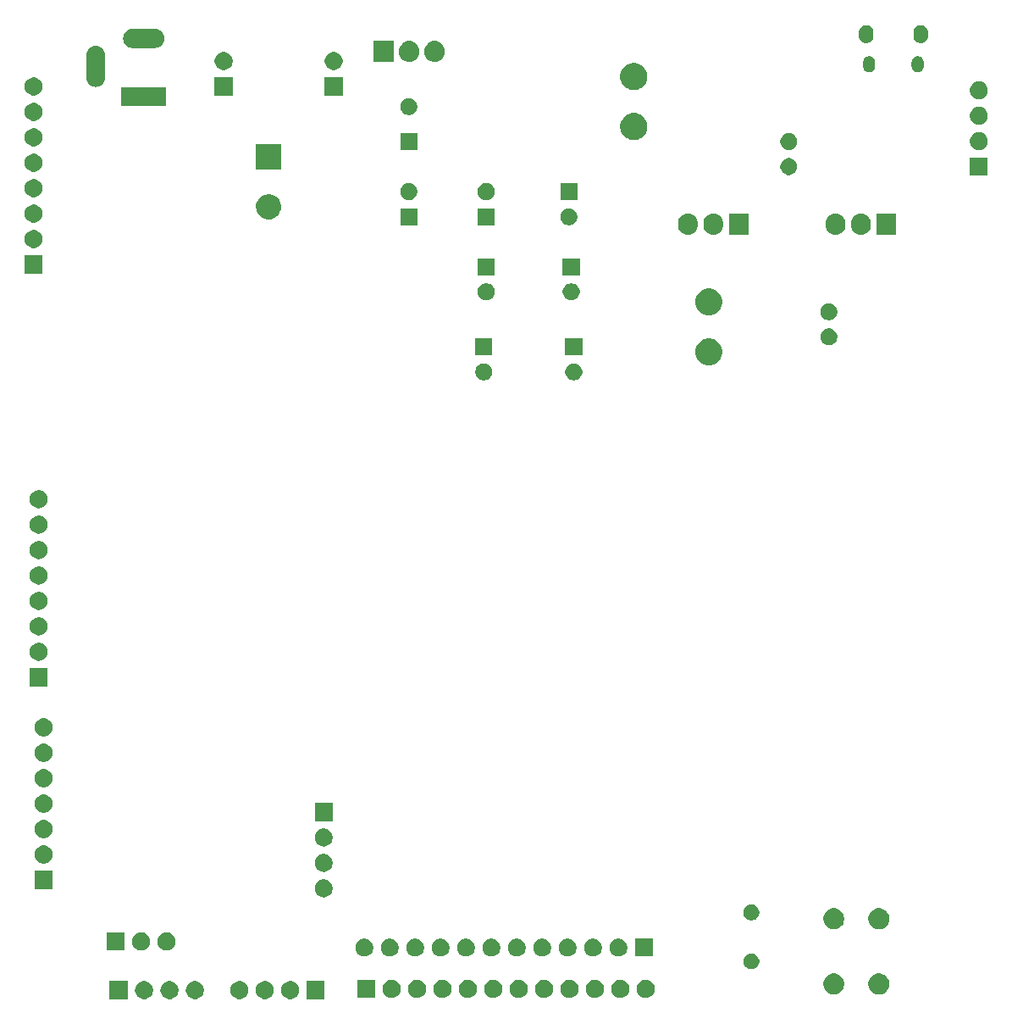
<source format=gbr>
G04 #@! TF.GenerationSoftware,KiCad,Pcbnew,5.1.5-52549c5~84~ubuntu18.04.1*
G04 #@! TF.CreationDate,2020-03-20T10:09:58+00:00*
G04 #@! TF.ProjectId,digiWave,64696769-5761-4766-952e-6b696361645f,rev?*
G04 #@! TF.SameCoordinates,Original*
G04 #@! TF.FileFunction,Soldermask,Bot*
G04 #@! TF.FilePolarity,Negative*
%FSLAX46Y46*%
G04 Gerber Fmt 4.6, Leading zero omitted, Abs format (unit mm)*
G04 Created by KiCad (PCBNEW 5.1.5-52549c5~84~ubuntu18.04.1) date 2020-03-20 10:09:58*
%MOMM*%
%LPD*%
G04 APERTURE LIST*
%ADD10C,0.100000*%
G04 APERTURE END LIST*
D10*
G36*
X128653512Y-147353927D02*
G01*
X128802812Y-147383624D01*
X128966784Y-147451544D01*
X129114354Y-147550147D01*
X129239853Y-147675646D01*
X129338456Y-147823216D01*
X129406376Y-147987188D01*
X129433158Y-148121833D01*
X129439807Y-148155258D01*
X129441000Y-148161259D01*
X129441000Y-148338741D01*
X129406376Y-148512812D01*
X129338456Y-148676784D01*
X129239853Y-148824354D01*
X129114354Y-148949853D01*
X128966784Y-149048456D01*
X128802812Y-149116376D01*
X128658906Y-149145000D01*
X128628742Y-149151000D01*
X128451258Y-149151000D01*
X128421094Y-149145000D01*
X128277188Y-149116376D01*
X128113216Y-149048456D01*
X127965646Y-148949853D01*
X127840147Y-148824354D01*
X127741544Y-148676784D01*
X127673624Y-148512812D01*
X127639000Y-148338741D01*
X127639000Y-148161259D01*
X127640194Y-148155258D01*
X127646842Y-148121833D01*
X127673624Y-147987188D01*
X127741544Y-147823216D01*
X127840147Y-147675646D01*
X127965646Y-147550147D01*
X128113216Y-147451544D01*
X128277188Y-147383624D01*
X128426488Y-147353927D01*
X128451258Y-147349000D01*
X128628742Y-147349000D01*
X128653512Y-147353927D01*
G37*
G36*
X131193512Y-147353927D02*
G01*
X131342812Y-147383624D01*
X131506784Y-147451544D01*
X131654354Y-147550147D01*
X131779853Y-147675646D01*
X131878456Y-147823216D01*
X131946376Y-147987188D01*
X131973158Y-148121833D01*
X131979807Y-148155258D01*
X131981000Y-148161259D01*
X131981000Y-148338741D01*
X131946376Y-148512812D01*
X131878456Y-148676784D01*
X131779853Y-148824354D01*
X131654354Y-148949853D01*
X131506784Y-149048456D01*
X131342812Y-149116376D01*
X131198906Y-149145000D01*
X131168742Y-149151000D01*
X130991258Y-149151000D01*
X130961094Y-149145000D01*
X130817188Y-149116376D01*
X130653216Y-149048456D01*
X130505646Y-148949853D01*
X130380147Y-148824354D01*
X130281544Y-148676784D01*
X130213624Y-148512812D01*
X130179000Y-148338741D01*
X130179000Y-148161259D01*
X130180194Y-148155258D01*
X130186842Y-148121833D01*
X130213624Y-147987188D01*
X130281544Y-147823216D01*
X130380147Y-147675646D01*
X130505646Y-147550147D01*
X130653216Y-147451544D01*
X130817188Y-147383624D01*
X130966488Y-147353927D01*
X130991258Y-147349000D01*
X131168742Y-147349000D01*
X131193512Y-147353927D01*
G37*
G36*
X133733512Y-147353927D02*
G01*
X133882812Y-147383624D01*
X134046784Y-147451544D01*
X134194354Y-147550147D01*
X134319853Y-147675646D01*
X134418456Y-147823216D01*
X134486376Y-147987188D01*
X134513158Y-148121833D01*
X134519807Y-148155258D01*
X134521000Y-148161259D01*
X134521000Y-148338741D01*
X134486376Y-148512812D01*
X134418456Y-148676784D01*
X134319853Y-148824354D01*
X134194354Y-148949853D01*
X134046784Y-149048456D01*
X133882812Y-149116376D01*
X133738906Y-149145000D01*
X133708742Y-149151000D01*
X133531258Y-149151000D01*
X133501094Y-149145000D01*
X133357188Y-149116376D01*
X133193216Y-149048456D01*
X133045646Y-148949853D01*
X132920147Y-148824354D01*
X132821544Y-148676784D01*
X132753624Y-148512812D01*
X132719000Y-148338741D01*
X132719000Y-148161259D01*
X132720194Y-148155258D01*
X132726842Y-148121833D01*
X132753624Y-147987188D01*
X132821544Y-147823216D01*
X132920147Y-147675646D01*
X133045646Y-147550147D01*
X133193216Y-147451544D01*
X133357188Y-147383624D01*
X133506488Y-147353927D01*
X133531258Y-147349000D01*
X133708742Y-147349000D01*
X133733512Y-147353927D01*
G37*
G36*
X126901000Y-149151000D02*
G01*
X125099000Y-149151000D01*
X125099000Y-147349000D01*
X126901000Y-147349000D01*
X126901000Y-149151000D01*
G37*
G36*
X146597000Y-149145000D02*
G01*
X144795000Y-149145000D01*
X144795000Y-147343000D01*
X146597000Y-147343000D01*
X146597000Y-149145000D01*
G37*
G36*
X143269512Y-147347927D02*
G01*
X143418812Y-147377624D01*
X143582784Y-147445544D01*
X143730354Y-147544147D01*
X143855853Y-147669646D01*
X143954456Y-147817216D01*
X144022376Y-147981188D01*
X144050351Y-148121833D01*
X144057000Y-148155258D01*
X144057000Y-148332742D01*
X144052073Y-148357512D01*
X144022376Y-148506812D01*
X143954456Y-148670784D01*
X143855853Y-148818354D01*
X143730354Y-148943853D01*
X143582784Y-149042456D01*
X143418812Y-149110376D01*
X143269512Y-149140073D01*
X143244742Y-149145000D01*
X143067258Y-149145000D01*
X143042488Y-149140073D01*
X142893188Y-149110376D01*
X142729216Y-149042456D01*
X142581646Y-148943853D01*
X142456147Y-148818354D01*
X142357544Y-148670784D01*
X142289624Y-148506812D01*
X142259927Y-148357512D01*
X142255000Y-148332742D01*
X142255000Y-148155258D01*
X142261649Y-148121833D01*
X142289624Y-147981188D01*
X142357544Y-147817216D01*
X142456147Y-147669646D01*
X142581646Y-147544147D01*
X142729216Y-147445544D01*
X142893188Y-147377624D01*
X143042488Y-147347927D01*
X143067258Y-147343000D01*
X143244742Y-147343000D01*
X143269512Y-147347927D01*
G37*
G36*
X140729512Y-147347927D02*
G01*
X140878812Y-147377624D01*
X141042784Y-147445544D01*
X141190354Y-147544147D01*
X141315853Y-147669646D01*
X141414456Y-147817216D01*
X141482376Y-147981188D01*
X141510351Y-148121833D01*
X141517000Y-148155258D01*
X141517000Y-148332742D01*
X141512073Y-148357512D01*
X141482376Y-148506812D01*
X141414456Y-148670784D01*
X141315853Y-148818354D01*
X141190354Y-148943853D01*
X141042784Y-149042456D01*
X140878812Y-149110376D01*
X140729512Y-149140073D01*
X140704742Y-149145000D01*
X140527258Y-149145000D01*
X140502488Y-149140073D01*
X140353188Y-149110376D01*
X140189216Y-149042456D01*
X140041646Y-148943853D01*
X139916147Y-148818354D01*
X139817544Y-148670784D01*
X139749624Y-148506812D01*
X139719927Y-148357512D01*
X139715000Y-148332742D01*
X139715000Y-148155258D01*
X139721649Y-148121833D01*
X139749624Y-147981188D01*
X139817544Y-147817216D01*
X139916147Y-147669646D01*
X140041646Y-147544147D01*
X140189216Y-147445544D01*
X140353188Y-147377624D01*
X140502488Y-147347927D01*
X140527258Y-147343000D01*
X140704742Y-147343000D01*
X140729512Y-147347927D01*
G37*
G36*
X138189512Y-147347927D02*
G01*
X138338812Y-147377624D01*
X138502784Y-147445544D01*
X138650354Y-147544147D01*
X138775853Y-147669646D01*
X138874456Y-147817216D01*
X138942376Y-147981188D01*
X138970351Y-148121833D01*
X138977000Y-148155258D01*
X138977000Y-148332742D01*
X138972073Y-148357512D01*
X138942376Y-148506812D01*
X138874456Y-148670784D01*
X138775853Y-148818354D01*
X138650354Y-148943853D01*
X138502784Y-149042456D01*
X138338812Y-149110376D01*
X138189512Y-149140073D01*
X138164742Y-149145000D01*
X137987258Y-149145000D01*
X137962488Y-149140073D01*
X137813188Y-149110376D01*
X137649216Y-149042456D01*
X137501646Y-148943853D01*
X137376147Y-148818354D01*
X137277544Y-148670784D01*
X137209624Y-148506812D01*
X137179927Y-148357512D01*
X137175000Y-148332742D01*
X137175000Y-148155258D01*
X137181649Y-148121833D01*
X137209624Y-147981188D01*
X137277544Y-147817216D01*
X137376147Y-147669646D01*
X137501646Y-147544147D01*
X137649216Y-147445544D01*
X137813188Y-147377624D01*
X137962488Y-147347927D01*
X137987258Y-147343000D01*
X138164742Y-147343000D01*
X138189512Y-147347927D01*
G37*
G36*
X158479512Y-147227927D02*
G01*
X158628812Y-147257624D01*
X158792784Y-147325544D01*
X158940354Y-147424147D01*
X159065853Y-147549646D01*
X159164456Y-147697216D01*
X159232376Y-147861188D01*
X159267000Y-148035259D01*
X159267000Y-148212741D01*
X159232376Y-148386812D01*
X159164456Y-148550784D01*
X159065853Y-148698354D01*
X158940354Y-148823853D01*
X158792784Y-148922456D01*
X158628812Y-148990376D01*
X158479512Y-149020073D01*
X158454742Y-149025000D01*
X158277258Y-149025000D01*
X158252488Y-149020073D01*
X158103188Y-148990376D01*
X157939216Y-148922456D01*
X157791646Y-148823853D01*
X157666147Y-148698354D01*
X157567544Y-148550784D01*
X157499624Y-148386812D01*
X157465000Y-148212741D01*
X157465000Y-148035259D01*
X157499624Y-147861188D01*
X157567544Y-147697216D01*
X157666147Y-147549646D01*
X157791646Y-147424147D01*
X157939216Y-147325544D01*
X158103188Y-147257624D01*
X158252488Y-147227927D01*
X158277258Y-147223000D01*
X158454742Y-147223000D01*
X158479512Y-147227927D01*
G37*
G36*
X151647000Y-149025000D02*
G01*
X149845000Y-149025000D01*
X149845000Y-147223000D01*
X151647000Y-147223000D01*
X151647000Y-149025000D01*
G37*
G36*
X153399512Y-147227927D02*
G01*
X153548812Y-147257624D01*
X153712784Y-147325544D01*
X153860354Y-147424147D01*
X153985853Y-147549646D01*
X154084456Y-147697216D01*
X154152376Y-147861188D01*
X154187000Y-148035259D01*
X154187000Y-148212741D01*
X154152376Y-148386812D01*
X154084456Y-148550784D01*
X153985853Y-148698354D01*
X153860354Y-148823853D01*
X153712784Y-148922456D01*
X153548812Y-148990376D01*
X153399512Y-149020073D01*
X153374742Y-149025000D01*
X153197258Y-149025000D01*
X153172488Y-149020073D01*
X153023188Y-148990376D01*
X152859216Y-148922456D01*
X152711646Y-148823853D01*
X152586147Y-148698354D01*
X152487544Y-148550784D01*
X152419624Y-148386812D01*
X152385000Y-148212741D01*
X152385000Y-148035259D01*
X152419624Y-147861188D01*
X152487544Y-147697216D01*
X152586147Y-147549646D01*
X152711646Y-147424147D01*
X152859216Y-147325544D01*
X153023188Y-147257624D01*
X153172488Y-147227927D01*
X153197258Y-147223000D01*
X153374742Y-147223000D01*
X153399512Y-147227927D01*
G37*
G36*
X155939512Y-147227927D02*
G01*
X156088812Y-147257624D01*
X156252784Y-147325544D01*
X156400354Y-147424147D01*
X156525853Y-147549646D01*
X156624456Y-147697216D01*
X156692376Y-147861188D01*
X156727000Y-148035259D01*
X156727000Y-148212741D01*
X156692376Y-148386812D01*
X156624456Y-148550784D01*
X156525853Y-148698354D01*
X156400354Y-148823853D01*
X156252784Y-148922456D01*
X156088812Y-148990376D01*
X155939512Y-149020073D01*
X155914742Y-149025000D01*
X155737258Y-149025000D01*
X155712488Y-149020073D01*
X155563188Y-148990376D01*
X155399216Y-148922456D01*
X155251646Y-148823853D01*
X155126147Y-148698354D01*
X155027544Y-148550784D01*
X154959624Y-148386812D01*
X154925000Y-148212741D01*
X154925000Y-148035259D01*
X154959624Y-147861188D01*
X155027544Y-147697216D01*
X155126147Y-147549646D01*
X155251646Y-147424147D01*
X155399216Y-147325544D01*
X155563188Y-147257624D01*
X155712488Y-147227927D01*
X155737258Y-147223000D01*
X155914742Y-147223000D01*
X155939512Y-147227927D01*
G37*
G36*
X161019512Y-147227927D02*
G01*
X161168812Y-147257624D01*
X161332784Y-147325544D01*
X161480354Y-147424147D01*
X161605853Y-147549646D01*
X161704456Y-147697216D01*
X161772376Y-147861188D01*
X161807000Y-148035259D01*
X161807000Y-148212741D01*
X161772376Y-148386812D01*
X161704456Y-148550784D01*
X161605853Y-148698354D01*
X161480354Y-148823853D01*
X161332784Y-148922456D01*
X161168812Y-148990376D01*
X161019512Y-149020073D01*
X160994742Y-149025000D01*
X160817258Y-149025000D01*
X160792488Y-149020073D01*
X160643188Y-148990376D01*
X160479216Y-148922456D01*
X160331646Y-148823853D01*
X160206147Y-148698354D01*
X160107544Y-148550784D01*
X160039624Y-148386812D01*
X160005000Y-148212741D01*
X160005000Y-148035259D01*
X160039624Y-147861188D01*
X160107544Y-147697216D01*
X160206147Y-147549646D01*
X160331646Y-147424147D01*
X160479216Y-147325544D01*
X160643188Y-147257624D01*
X160792488Y-147227927D01*
X160817258Y-147223000D01*
X160994742Y-147223000D01*
X161019512Y-147227927D01*
G37*
G36*
X163559512Y-147227927D02*
G01*
X163708812Y-147257624D01*
X163872784Y-147325544D01*
X164020354Y-147424147D01*
X164145853Y-147549646D01*
X164244456Y-147697216D01*
X164312376Y-147861188D01*
X164347000Y-148035259D01*
X164347000Y-148212741D01*
X164312376Y-148386812D01*
X164244456Y-148550784D01*
X164145853Y-148698354D01*
X164020354Y-148823853D01*
X163872784Y-148922456D01*
X163708812Y-148990376D01*
X163559512Y-149020073D01*
X163534742Y-149025000D01*
X163357258Y-149025000D01*
X163332488Y-149020073D01*
X163183188Y-148990376D01*
X163019216Y-148922456D01*
X162871646Y-148823853D01*
X162746147Y-148698354D01*
X162647544Y-148550784D01*
X162579624Y-148386812D01*
X162545000Y-148212741D01*
X162545000Y-148035259D01*
X162579624Y-147861188D01*
X162647544Y-147697216D01*
X162746147Y-147549646D01*
X162871646Y-147424147D01*
X163019216Y-147325544D01*
X163183188Y-147257624D01*
X163332488Y-147227927D01*
X163357258Y-147223000D01*
X163534742Y-147223000D01*
X163559512Y-147227927D01*
G37*
G36*
X168639512Y-147227927D02*
G01*
X168788812Y-147257624D01*
X168952784Y-147325544D01*
X169100354Y-147424147D01*
X169225853Y-147549646D01*
X169324456Y-147697216D01*
X169392376Y-147861188D01*
X169427000Y-148035259D01*
X169427000Y-148212741D01*
X169392376Y-148386812D01*
X169324456Y-148550784D01*
X169225853Y-148698354D01*
X169100354Y-148823853D01*
X168952784Y-148922456D01*
X168788812Y-148990376D01*
X168639512Y-149020073D01*
X168614742Y-149025000D01*
X168437258Y-149025000D01*
X168412488Y-149020073D01*
X168263188Y-148990376D01*
X168099216Y-148922456D01*
X167951646Y-148823853D01*
X167826147Y-148698354D01*
X167727544Y-148550784D01*
X167659624Y-148386812D01*
X167625000Y-148212741D01*
X167625000Y-148035259D01*
X167659624Y-147861188D01*
X167727544Y-147697216D01*
X167826147Y-147549646D01*
X167951646Y-147424147D01*
X168099216Y-147325544D01*
X168263188Y-147257624D01*
X168412488Y-147227927D01*
X168437258Y-147223000D01*
X168614742Y-147223000D01*
X168639512Y-147227927D01*
G37*
G36*
X178799512Y-147227927D02*
G01*
X178948812Y-147257624D01*
X179112784Y-147325544D01*
X179260354Y-147424147D01*
X179385853Y-147549646D01*
X179484456Y-147697216D01*
X179552376Y-147861188D01*
X179587000Y-148035259D01*
X179587000Y-148212741D01*
X179552376Y-148386812D01*
X179484456Y-148550784D01*
X179385853Y-148698354D01*
X179260354Y-148823853D01*
X179112784Y-148922456D01*
X178948812Y-148990376D01*
X178799512Y-149020073D01*
X178774742Y-149025000D01*
X178597258Y-149025000D01*
X178572488Y-149020073D01*
X178423188Y-148990376D01*
X178259216Y-148922456D01*
X178111646Y-148823853D01*
X177986147Y-148698354D01*
X177887544Y-148550784D01*
X177819624Y-148386812D01*
X177785000Y-148212741D01*
X177785000Y-148035259D01*
X177819624Y-147861188D01*
X177887544Y-147697216D01*
X177986147Y-147549646D01*
X178111646Y-147424147D01*
X178259216Y-147325544D01*
X178423188Y-147257624D01*
X178572488Y-147227927D01*
X178597258Y-147223000D01*
X178774742Y-147223000D01*
X178799512Y-147227927D01*
G37*
G36*
X176259512Y-147227927D02*
G01*
X176408812Y-147257624D01*
X176572784Y-147325544D01*
X176720354Y-147424147D01*
X176845853Y-147549646D01*
X176944456Y-147697216D01*
X177012376Y-147861188D01*
X177047000Y-148035259D01*
X177047000Y-148212741D01*
X177012376Y-148386812D01*
X176944456Y-148550784D01*
X176845853Y-148698354D01*
X176720354Y-148823853D01*
X176572784Y-148922456D01*
X176408812Y-148990376D01*
X176259512Y-149020073D01*
X176234742Y-149025000D01*
X176057258Y-149025000D01*
X176032488Y-149020073D01*
X175883188Y-148990376D01*
X175719216Y-148922456D01*
X175571646Y-148823853D01*
X175446147Y-148698354D01*
X175347544Y-148550784D01*
X175279624Y-148386812D01*
X175245000Y-148212741D01*
X175245000Y-148035259D01*
X175279624Y-147861188D01*
X175347544Y-147697216D01*
X175446147Y-147549646D01*
X175571646Y-147424147D01*
X175719216Y-147325544D01*
X175883188Y-147257624D01*
X176032488Y-147227927D01*
X176057258Y-147223000D01*
X176234742Y-147223000D01*
X176259512Y-147227927D01*
G37*
G36*
X173719512Y-147227927D02*
G01*
X173868812Y-147257624D01*
X174032784Y-147325544D01*
X174180354Y-147424147D01*
X174305853Y-147549646D01*
X174404456Y-147697216D01*
X174472376Y-147861188D01*
X174507000Y-148035259D01*
X174507000Y-148212741D01*
X174472376Y-148386812D01*
X174404456Y-148550784D01*
X174305853Y-148698354D01*
X174180354Y-148823853D01*
X174032784Y-148922456D01*
X173868812Y-148990376D01*
X173719512Y-149020073D01*
X173694742Y-149025000D01*
X173517258Y-149025000D01*
X173492488Y-149020073D01*
X173343188Y-148990376D01*
X173179216Y-148922456D01*
X173031646Y-148823853D01*
X172906147Y-148698354D01*
X172807544Y-148550784D01*
X172739624Y-148386812D01*
X172705000Y-148212741D01*
X172705000Y-148035259D01*
X172739624Y-147861188D01*
X172807544Y-147697216D01*
X172906147Y-147549646D01*
X173031646Y-147424147D01*
X173179216Y-147325544D01*
X173343188Y-147257624D01*
X173492488Y-147227927D01*
X173517258Y-147223000D01*
X173694742Y-147223000D01*
X173719512Y-147227927D01*
G37*
G36*
X166099512Y-147227927D02*
G01*
X166248812Y-147257624D01*
X166412784Y-147325544D01*
X166560354Y-147424147D01*
X166685853Y-147549646D01*
X166784456Y-147697216D01*
X166852376Y-147861188D01*
X166887000Y-148035259D01*
X166887000Y-148212741D01*
X166852376Y-148386812D01*
X166784456Y-148550784D01*
X166685853Y-148698354D01*
X166560354Y-148823853D01*
X166412784Y-148922456D01*
X166248812Y-148990376D01*
X166099512Y-149020073D01*
X166074742Y-149025000D01*
X165897258Y-149025000D01*
X165872488Y-149020073D01*
X165723188Y-148990376D01*
X165559216Y-148922456D01*
X165411646Y-148823853D01*
X165286147Y-148698354D01*
X165187544Y-148550784D01*
X165119624Y-148386812D01*
X165085000Y-148212741D01*
X165085000Y-148035259D01*
X165119624Y-147861188D01*
X165187544Y-147697216D01*
X165286147Y-147549646D01*
X165411646Y-147424147D01*
X165559216Y-147325544D01*
X165723188Y-147257624D01*
X165872488Y-147227927D01*
X165897258Y-147223000D01*
X166074742Y-147223000D01*
X166099512Y-147227927D01*
G37*
G36*
X171179512Y-147227927D02*
G01*
X171328812Y-147257624D01*
X171492784Y-147325544D01*
X171640354Y-147424147D01*
X171765853Y-147549646D01*
X171864456Y-147697216D01*
X171932376Y-147861188D01*
X171967000Y-148035259D01*
X171967000Y-148212741D01*
X171932376Y-148386812D01*
X171864456Y-148550784D01*
X171765853Y-148698354D01*
X171640354Y-148823853D01*
X171492784Y-148922456D01*
X171328812Y-148990376D01*
X171179512Y-149020073D01*
X171154742Y-149025000D01*
X170977258Y-149025000D01*
X170952488Y-149020073D01*
X170803188Y-148990376D01*
X170639216Y-148922456D01*
X170491646Y-148823853D01*
X170366147Y-148698354D01*
X170267544Y-148550784D01*
X170199624Y-148386812D01*
X170165000Y-148212741D01*
X170165000Y-148035259D01*
X170199624Y-147861188D01*
X170267544Y-147697216D01*
X170366147Y-147549646D01*
X170491646Y-147424147D01*
X170639216Y-147325544D01*
X170803188Y-147257624D01*
X170952488Y-147227927D01*
X170977258Y-147223000D01*
X171154742Y-147223000D01*
X171179512Y-147227927D01*
G37*
G36*
X197802564Y-146613389D02*
G01*
X197993833Y-146692615D01*
X197993835Y-146692616D01*
X198165973Y-146807635D01*
X198312365Y-146954027D01*
X198427385Y-147126167D01*
X198506611Y-147317436D01*
X198547000Y-147520484D01*
X198547000Y-147727516D01*
X198506611Y-147930564D01*
X198483156Y-147987189D01*
X198427384Y-148121835D01*
X198312365Y-148293973D01*
X198165973Y-148440365D01*
X197993835Y-148555384D01*
X197993834Y-148555385D01*
X197993833Y-148555385D01*
X197802564Y-148634611D01*
X197599516Y-148675000D01*
X197392484Y-148675000D01*
X197189436Y-148634611D01*
X196998167Y-148555385D01*
X196998166Y-148555385D01*
X196998165Y-148555384D01*
X196826027Y-148440365D01*
X196679635Y-148293973D01*
X196564616Y-148121835D01*
X196508844Y-147987189D01*
X196485389Y-147930564D01*
X196445000Y-147727516D01*
X196445000Y-147520484D01*
X196485389Y-147317436D01*
X196564615Y-147126167D01*
X196679635Y-146954027D01*
X196826027Y-146807635D01*
X196998165Y-146692616D01*
X196998167Y-146692615D01*
X197189436Y-146613389D01*
X197392484Y-146573000D01*
X197599516Y-146573000D01*
X197802564Y-146613389D01*
G37*
G36*
X202302564Y-146613389D02*
G01*
X202493833Y-146692615D01*
X202493835Y-146692616D01*
X202665973Y-146807635D01*
X202812365Y-146954027D01*
X202927385Y-147126167D01*
X203006611Y-147317436D01*
X203047000Y-147520484D01*
X203047000Y-147727516D01*
X203006611Y-147930564D01*
X202983156Y-147987189D01*
X202927384Y-148121835D01*
X202812365Y-148293973D01*
X202665973Y-148440365D01*
X202493835Y-148555384D01*
X202493834Y-148555385D01*
X202493833Y-148555385D01*
X202302564Y-148634611D01*
X202099516Y-148675000D01*
X201892484Y-148675000D01*
X201689436Y-148634611D01*
X201498167Y-148555385D01*
X201498166Y-148555385D01*
X201498165Y-148555384D01*
X201326027Y-148440365D01*
X201179635Y-148293973D01*
X201064616Y-148121835D01*
X201008844Y-147987189D01*
X200985389Y-147930564D01*
X200945000Y-147727516D01*
X200945000Y-147520484D01*
X200985389Y-147317436D01*
X201064615Y-147126167D01*
X201179635Y-146954027D01*
X201326027Y-146807635D01*
X201498165Y-146692616D01*
X201498167Y-146692615D01*
X201689436Y-146613389D01*
X201892484Y-146573000D01*
X202099516Y-146573000D01*
X202302564Y-146613389D01*
G37*
G36*
X189479642Y-144603781D02*
G01*
X189625414Y-144664162D01*
X189625416Y-144664163D01*
X189756608Y-144751822D01*
X189868178Y-144863392D01*
X189955837Y-144994584D01*
X189955838Y-144994586D01*
X190016219Y-145140358D01*
X190047000Y-145295107D01*
X190047000Y-145452893D01*
X190016219Y-145607642D01*
X189955838Y-145753414D01*
X189955837Y-145753416D01*
X189868178Y-145884608D01*
X189756608Y-145996178D01*
X189625416Y-146083837D01*
X189625415Y-146083838D01*
X189625414Y-146083838D01*
X189479642Y-146144219D01*
X189324893Y-146175000D01*
X189167107Y-146175000D01*
X189012358Y-146144219D01*
X188866586Y-146083838D01*
X188866585Y-146083838D01*
X188866584Y-146083837D01*
X188735392Y-145996178D01*
X188623822Y-145884608D01*
X188536163Y-145753416D01*
X188536162Y-145753414D01*
X188475781Y-145607642D01*
X188445000Y-145452893D01*
X188445000Y-145295107D01*
X188475781Y-145140358D01*
X188536162Y-144994586D01*
X188536163Y-144994584D01*
X188623822Y-144863392D01*
X188735392Y-144751822D01*
X188866584Y-144664163D01*
X188866586Y-144664162D01*
X189012358Y-144603781D01*
X189167107Y-144573000D01*
X189324893Y-144573000D01*
X189479642Y-144603781D01*
G37*
G36*
X170993512Y-143103927D02*
G01*
X171142812Y-143133624D01*
X171306784Y-143201544D01*
X171454354Y-143300147D01*
X171579853Y-143425646D01*
X171678456Y-143573216D01*
X171746376Y-143737188D01*
X171781000Y-143911259D01*
X171781000Y-144088741D01*
X171746376Y-144262812D01*
X171678456Y-144426784D01*
X171579853Y-144574354D01*
X171454354Y-144699853D01*
X171306784Y-144798456D01*
X171142812Y-144866376D01*
X170993512Y-144896073D01*
X170968742Y-144901000D01*
X170791258Y-144901000D01*
X170766488Y-144896073D01*
X170617188Y-144866376D01*
X170453216Y-144798456D01*
X170305646Y-144699853D01*
X170180147Y-144574354D01*
X170081544Y-144426784D01*
X170013624Y-144262812D01*
X169979000Y-144088741D01*
X169979000Y-143911259D01*
X170013624Y-143737188D01*
X170081544Y-143573216D01*
X170180147Y-143425646D01*
X170305646Y-143300147D01*
X170453216Y-143201544D01*
X170617188Y-143133624D01*
X170766488Y-143103927D01*
X170791258Y-143099000D01*
X170968742Y-143099000D01*
X170993512Y-143103927D01*
G37*
G36*
X179401000Y-144901000D02*
G01*
X177599000Y-144901000D01*
X177599000Y-143099000D01*
X179401000Y-143099000D01*
X179401000Y-144901000D01*
G37*
G36*
X176073512Y-143103927D02*
G01*
X176222812Y-143133624D01*
X176386784Y-143201544D01*
X176534354Y-143300147D01*
X176659853Y-143425646D01*
X176758456Y-143573216D01*
X176826376Y-143737188D01*
X176861000Y-143911259D01*
X176861000Y-144088741D01*
X176826376Y-144262812D01*
X176758456Y-144426784D01*
X176659853Y-144574354D01*
X176534354Y-144699853D01*
X176386784Y-144798456D01*
X176222812Y-144866376D01*
X176073512Y-144896073D01*
X176048742Y-144901000D01*
X175871258Y-144901000D01*
X175846488Y-144896073D01*
X175697188Y-144866376D01*
X175533216Y-144798456D01*
X175385646Y-144699853D01*
X175260147Y-144574354D01*
X175161544Y-144426784D01*
X175093624Y-144262812D01*
X175059000Y-144088741D01*
X175059000Y-143911259D01*
X175093624Y-143737188D01*
X175161544Y-143573216D01*
X175260147Y-143425646D01*
X175385646Y-143300147D01*
X175533216Y-143201544D01*
X175697188Y-143133624D01*
X175846488Y-143103927D01*
X175871258Y-143099000D01*
X176048742Y-143099000D01*
X176073512Y-143103927D01*
G37*
G36*
X173533512Y-143103927D02*
G01*
X173682812Y-143133624D01*
X173846784Y-143201544D01*
X173994354Y-143300147D01*
X174119853Y-143425646D01*
X174218456Y-143573216D01*
X174286376Y-143737188D01*
X174321000Y-143911259D01*
X174321000Y-144088741D01*
X174286376Y-144262812D01*
X174218456Y-144426784D01*
X174119853Y-144574354D01*
X173994354Y-144699853D01*
X173846784Y-144798456D01*
X173682812Y-144866376D01*
X173533512Y-144896073D01*
X173508742Y-144901000D01*
X173331258Y-144901000D01*
X173306488Y-144896073D01*
X173157188Y-144866376D01*
X172993216Y-144798456D01*
X172845646Y-144699853D01*
X172720147Y-144574354D01*
X172621544Y-144426784D01*
X172553624Y-144262812D01*
X172519000Y-144088741D01*
X172519000Y-143911259D01*
X172553624Y-143737188D01*
X172621544Y-143573216D01*
X172720147Y-143425646D01*
X172845646Y-143300147D01*
X172993216Y-143201544D01*
X173157188Y-143133624D01*
X173306488Y-143103927D01*
X173331258Y-143099000D01*
X173508742Y-143099000D01*
X173533512Y-143103927D01*
G37*
G36*
X168453512Y-143103927D02*
G01*
X168602812Y-143133624D01*
X168766784Y-143201544D01*
X168914354Y-143300147D01*
X169039853Y-143425646D01*
X169138456Y-143573216D01*
X169206376Y-143737188D01*
X169241000Y-143911259D01*
X169241000Y-144088741D01*
X169206376Y-144262812D01*
X169138456Y-144426784D01*
X169039853Y-144574354D01*
X168914354Y-144699853D01*
X168766784Y-144798456D01*
X168602812Y-144866376D01*
X168453512Y-144896073D01*
X168428742Y-144901000D01*
X168251258Y-144901000D01*
X168226488Y-144896073D01*
X168077188Y-144866376D01*
X167913216Y-144798456D01*
X167765646Y-144699853D01*
X167640147Y-144574354D01*
X167541544Y-144426784D01*
X167473624Y-144262812D01*
X167439000Y-144088741D01*
X167439000Y-143911259D01*
X167473624Y-143737188D01*
X167541544Y-143573216D01*
X167640147Y-143425646D01*
X167765646Y-143300147D01*
X167913216Y-143201544D01*
X168077188Y-143133624D01*
X168226488Y-143103927D01*
X168251258Y-143099000D01*
X168428742Y-143099000D01*
X168453512Y-143103927D01*
G37*
G36*
X165913512Y-143103927D02*
G01*
X166062812Y-143133624D01*
X166226784Y-143201544D01*
X166374354Y-143300147D01*
X166499853Y-143425646D01*
X166598456Y-143573216D01*
X166666376Y-143737188D01*
X166701000Y-143911259D01*
X166701000Y-144088741D01*
X166666376Y-144262812D01*
X166598456Y-144426784D01*
X166499853Y-144574354D01*
X166374354Y-144699853D01*
X166226784Y-144798456D01*
X166062812Y-144866376D01*
X165913512Y-144896073D01*
X165888742Y-144901000D01*
X165711258Y-144901000D01*
X165686488Y-144896073D01*
X165537188Y-144866376D01*
X165373216Y-144798456D01*
X165225646Y-144699853D01*
X165100147Y-144574354D01*
X165001544Y-144426784D01*
X164933624Y-144262812D01*
X164899000Y-144088741D01*
X164899000Y-143911259D01*
X164933624Y-143737188D01*
X165001544Y-143573216D01*
X165100147Y-143425646D01*
X165225646Y-143300147D01*
X165373216Y-143201544D01*
X165537188Y-143133624D01*
X165686488Y-143103927D01*
X165711258Y-143099000D01*
X165888742Y-143099000D01*
X165913512Y-143103927D01*
G37*
G36*
X150673512Y-143103927D02*
G01*
X150822812Y-143133624D01*
X150986784Y-143201544D01*
X151134354Y-143300147D01*
X151259853Y-143425646D01*
X151358456Y-143573216D01*
X151426376Y-143737188D01*
X151461000Y-143911259D01*
X151461000Y-144088741D01*
X151426376Y-144262812D01*
X151358456Y-144426784D01*
X151259853Y-144574354D01*
X151134354Y-144699853D01*
X150986784Y-144798456D01*
X150822812Y-144866376D01*
X150673512Y-144896073D01*
X150648742Y-144901000D01*
X150471258Y-144901000D01*
X150446488Y-144896073D01*
X150297188Y-144866376D01*
X150133216Y-144798456D01*
X149985646Y-144699853D01*
X149860147Y-144574354D01*
X149761544Y-144426784D01*
X149693624Y-144262812D01*
X149659000Y-144088741D01*
X149659000Y-143911259D01*
X149693624Y-143737188D01*
X149761544Y-143573216D01*
X149860147Y-143425646D01*
X149985646Y-143300147D01*
X150133216Y-143201544D01*
X150297188Y-143133624D01*
X150446488Y-143103927D01*
X150471258Y-143099000D01*
X150648742Y-143099000D01*
X150673512Y-143103927D01*
G37*
G36*
X163373512Y-143103927D02*
G01*
X163522812Y-143133624D01*
X163686784Y-143201544D01*
X163834354Y-143300147D01*
X163959853Y-143425646D01*
X164058456Y-143573216D01*
X164126376Y-143737188D01*
X164161000Y-143911259D01*
X164161000Y-144088741D01*
X164126376Y-144262812D01*
X164058456Y-144426784D01*
X163959853Y-144574354D01*
X163834354Y-144699853D01*
X163686784Y-144798456D01*
X163522812Y-144866376D01*
X163373512Y-144896073D01*
X163348742Y-144901000D01*
X163171258Y-144901000D01*
X163146488Y-144896073D01*
X162997188Y-144866376D01*
X162833216Y-144798456D01*
X162685646Y-144699853D01*
X162560147Y-144574354D01*
X162461544Y-144426784D01*
X162393624Y-144262812D01*
X162359000Y-144088741D01*
X162359000Y-143911259D01*
X162393624Y-143737188D01*
X162461544Y-143573216D01*
X162560147Y-143425646D01*
X162685646Y-143300147D01*
X162833216Y-143201544D01*
X162997188Y-143133624D01*
X163146488Y-143103927D01*
X163171258Y-143099000D01*
X163348742Y-143099000D01*
X163373512Y-143103927D01*
G37*
G36*
X160833512Y-143103927D02*
G01*
X160982812Y-143133624D01*
X161146784Y-143201544D01*
X161294354Y-143300147D01*
X161419853Y-143425646D01*
X161518456Y-143573216D01*
X161586376Y-143737188D01*
X161621000Y-143911259D01*
X161621000Y-144088741D01*
X161586376Y-144262812D01*
X161518456Y-144426784D01*
X161419853Y-144574354D01*
X161294354Y-144699853D01*
X161146784Y-144798456D01*
X160982812Y-144866376D01*
X160833512Y-144896073D01*
X160808742Y-144901000D01*
X160631258Y-144901000D01*
X160606488Y-144896073D01*
X160457188Y-144866376D01*
X160293216Y-144798456D01*
X160145646Y-144699853D01*
X160020147Y-144574354D01*
X159921544Y-144426784D01*
X159853624Y-144262812D01*
X159819000Y-144088741D01*
X159819000Y-143911259D01*
X159853624Y-143737188D01*
X159921544Y-143573216D01*
X160020147Y-143425646D01*
X160145646Y-143300147D01*
X160293216Y-143201544D01*
X160457188Y-143133624D01*
X160606488Y-143103927D01*
X160631258Y-143099000D01*
X160808742Y-143099000D01*
X160833512Y-143103927D01*
G37*
G36*
X158293512Y-143103927D02*
G01*
X158442812Y-143133624D01*
X158606784Y-143201544D01*
X158754354Y-143300147D01*
X158879853Y-143425646D01*
X158978456Y-143573216D01*
X159046376Y-143737188D01*
X159081000Y-143911259D01*
X159081000Y-144088741D01*
X159046376Y-144262812D01*
X158978456Y-144426784D01*
X158879853Y-144574354D01*
X158754354Y-144699853D01*
X158606784Y-144798456D01*
X158442812Y-144866376D01*
X158293512Y-144896073D01*
X158268742Y-144901000D01*
X158091258Y-144901000D01*
X158066488Y-144896073D01*
X157917188Y-144866376D01*
X157753216Y-144798456D01*
X157605646Y-144699853D01*
X157480147Y-144574354D01*
X157381544Y-144426784D01*
X157313624Y-144262812D01*
X157279000Y-144088741D01*
X157279000Y-143911259D01*
X157313624Y-143737188D01*
X157381544Y-143573216D01*
X157480147Y-143425646D01*
X157605646Y-143300147D01*
X157753216Y-143201544D01*
X157917188Y-143133624D01*
X158066488Y-143103927D01*
X158091258Y-143099000D01*
X158268742Y-143099000D01*
X158293512Y-143103927D01*
G37*
G36*
X155753512Y-143103927D02*
G01*
X155902812Y-143133624D01*
X156066784Y-143201544D01*
X156214354Y-143300147D01*
X156339853Y-143425646D01*
X156438456Y-143573216D01*
X156506376Y-143737188D01*
X156541000Y-143911259D01*
X156541000Y-144088741D01*
X156506376Y-144262812D01*
X156438456Y-144426784D01*
X156339853Y-144574354D01*
X156214354Y-144699853D01*
X156066784Y-144798456D01*
X155902812Y-144866376D01*
X155753512Y-144896073D01*
X155728742Y-144901000D01*
X155551258Y-144901000D01*
X155526488Y-144896073D01*
X155377188Y-144866376D01*
X155213216Y-144798456D01*
X155065646Y-144699853D01*
X154940147Y-144574354D01*
X154841544Y-144426784D01*
X154773624Y-144262812D01*
X154739000Y-144088741D01*
X154739000Y-143911259D01*
X154773624Y-143737188D01*
X154841544Y-143573216D01*
X154940147Y-143425646D01*
X155065646Y-143300147D01*
X155213216Y-143201544D01*
X155377188Y-143133624D01*
X155526488Y-143103927D01*
X155551258Y-143099000D01*
X155728742Y-143099000D01*
X155753512Y-143103927D01*
G37*
G36*
X153213512Y-143103927D02*
G01*
X153362812Y-143133624D01*
X153526784Y-143201544D01*
X153674354Y-143300147D01*
X153799853Y-143425646D01*
X153898456Y-143573216D01*
X153966376Y-143737188D01*
X154001000Y-143911259D01*
X154001000Y-144088741D01*
X153966376Y-144262812D01*
X153898456Y-144426784D01*
X153799853Y-144574354D01*
X153674354Y-144699853D01*
X153526784Y-144798456D01*
X153362812Y-144866376D01*
X153213512Y-144896073D01*
X153188742Y-144901000D01*
X153011258Y-144901000D01*
X152986488Y-144896073D01*
X152837188Y-144866376D01*
X152673216Y-144798456D01*
X152525646Y-144699853D01*
X152400147Y-144574354D01*
X152301544Y-144426784D01*
X152233624Y-144262812D01*
X152199000Y-144088741D01*
X152199000Y-143911259D01*
X152233624Y-143737188D01*
X152301544Y-143573216D01*
X152400147Y-143425646D01*
X152525646Y-143300147D01*
X152673216Y-143201544D01*
X152837188Y-143133624D01*
X152986488Y-143103927D01*
X153011258Y-143099000D01*
X153188742Y-143099000D01*
X153213512Y-143103927D01*
G37*
G36*
X130893512Y-142503927D02*
G01*
X131042812Y-142533624D01*
X131206784Y-142601544D01*
X131354354Y-142700147D01*
X131479853Y-142825646D01*
X131578456Y-142973216D01*
X131646376Y-143137188D01*
X131681000Y-143311259D01*
X131681000Y-143488741D01*
X131646376Y-143662812D01*
X131578456Y-143826784D01*
X131479853Y-143974354D01*
X131354354Y-144099853D01*
X131206784Y-144198456D01*
X131042812Y-144266376D01*
X130893512Y-144296073D01*
X130868742Y-144301000D01*
X130691258Y-144301000D01*
X130666488Y-144296073D01*
X130517188Y-144266376D01*
X130353216Y-144198456D01*
X130205646Y-144099853D01*
X130080147Y-143974354D01*
X129981544Y-143826784D01*
X129913624Y-143662812D01*
X129879000Y-143488741D01*
X129879000Y-143311259D01*
X129913624Y-143137188D01*
X129981544Y-142973216D01*
X130080147Y-142825646D01*
X130205646Y-142700147D01*
X130353216Y-142601544D01*
X130517188Y-142533624D01*
X130666488Y-142503927D01*
X130691258Y-142499000D01*
X130868742Y-142499000D01*
X130893512Y-142503927D01*
G37*
G36*
X128353512Y-142503927D02*
G01*
X128502812Y-142533624D01*
X128666784Y-142601544D01*
X128814354Y-142700147D01*
X128939853Y-142825646D01*
X129038456Y-142973216D01*
X129106376Y-143137188D01*
X129141000Y-143311259D01*
X129141000Y-143488741D01*
X129106376Y-143662812D01*
X129038456Y-143826784D01*
X128939853Y-143974354D01*
X128814354Y-144099853D01*
X128666784Y-144198456D01*
X128502812Y-144266376D01*
X128353512Y-144296073D01*
X128328742Y-144301000D01*
X128151258Y-144301000D01*
X128126488Y-144296073D01*
X127977188Y-144266376D01*
X127813216Y-144198456D01*
X127665646Y-144099853D01*
X127540147Y-143974354D01*
X127441544Y-143826784D01*
X127373624Y-143662812D01*
X127339000Y-143488741D01*
X127339000Y-143311259D01*
X127373624Y-143137188D01*
X127441544Y-142973216D01*
X127540147Y-142825646D01*
X127665646Y-142700147D01*
X127813216Y-142601544D01*
X127977188Y-142533624D01*
X128126488Y-142503927D01*
X128151258Y-142499000D01*
X128328742Y-142499000D01*
X128353512Y-142503927D01*
G37*
G36*
X126601000Y-144301000D02*
G01*
X124799000Y-144301000D01*
X124799000Y-142499000D01*
X126601000Y-142499000D01*
X126601000Y-144301000D01*
G37*
G36*
X202302564Y-140113389D02*
G01*
X202493833Y-140192615D01*
X202493835Y-140192616D01*
X202595218Y-140260358D01*
X202665973Y-140307635D01*
X202812365Y-140454027D01*
X202927385Y-140626167D01*
X203006611Y-140817436D01*
X203047000Y-141020484D01*
X203047000Y-141227516D01*
X203006611Y-141430564D01*
X202927385Y-141621833D01*
X202927384Y-141621835D01*
X202812365Y-141793973D01*
X202665973Y-141940365D01*
X202493835Y-142055384D01*
X202493834Y-142055385D01*
X202493833Y-142055385D01*
X202302564Y-142134611D01*
X202099516Y-142175000D01*
X201892484Y-142175000D01*
X201689436Y-142134611D01*
X201498167Y-142055385D01*
X201498166Y-142055385D01*
X201498165Y-142055384D01*
X201326027Y-141940365D01*
X201179635Y-141793973D01*
X201064616Y-141621835D01*
X201064615Y-141621833D01*
X200985389Y-141430564D01*
X200945000Y-141227516D01*
X200945000Y-141020484D01*
X200985389Y-140817436D01*
X201064615Y-140626167D01*
X201179635Y-140454027D01*
X201326027Y-140307635D01*
X201396782Y-140260358D01*
X201498165Y-140192616D01*
X201498167Y-140192615D01*
X201689436Y-140113389D01*
X201892484Y-140073000D01*
X202099516Y-140073000D01*
X202302564Y-140113389D01*
G37*
G36*
X197802564Y-140113389D02*
G01*
X197993833Y-140192615D01*
X197993835Y-140192616D01*
X198095218Y-140260358D01*
X198165973Y-140307635D01*
X198312365Y-140454027D01*
X198427385Y-140626167D01*
X198506611Y-140817436D01*
X198547000Y-141020484D01*
X198547000Y-141227516D01*
X198506611Y-141430564D01*
X198427385Y-141621833D01*
X198427384Y-141621835D01*
X198312365Y-141793973D01*
X198165973Y-141940365D01*
X197993835Y-142055384D01*
X197993834Y-142055385D01*
X197993833Y-142055385D01*
X197802564Y-142134611D01*
X197599516Y-142175000D01*
X197392484Y-142175000D01*
X197189436Y-142134611D01*
X196998167Y-142055385D01*
X196998166Y-142055385D01*
X196998165Y-142055384D01*
X196826027Y-141940365D01*
X196679635Y-141793973D01*
X196564616Y-141621835D01*
X196564615Y-141621833D01*
X196485389Y-141430564D01*
X196445000Y-141227516D01*
X196445000Y-141020484D01*
X196485389Y-140817436D01*
X196564615Y-140626167D01*
X196679635Y-140454027D01*
X196826027Y-140307635D01*
X196896782Y-140260358D01*
X196998165Y-140192616D01*
X196998167Y-140192615D01*
X197189436Y-140113389D01*
X197392484Y-140073000D01*
X197599516Y-140073000D01*
X197802564Y-140113389D01*
G37*
G36*
X189479642Y-139723781D02*
G01*
X189625414Y-139784162D01*
X189625416Y-139784163D01*
X189756608Y-139871822D01*
X189868178Y-139983392D01*
X189955039Y-140113390D01*
X189955838Y-140114586D01*
X190016219Y-140260358D01*
X190047000Y-140415107D01*
X190047000Y-140572893D01*
X190016219Y-140727642D01*
X189979025Y-140817435D01*
X189955837Y-140873416D01*
X189868178Y-141004608D01*
X189756608Y-141116178D01*
X189625416Y-141203837D01*
X189625415Y-141203838D01*
X189625414Y-141203838D01*
X189479642Y-141264219D01*
X189324893Y-141295000D01*
X189167107Y-141295000D01*
X189012358Y-141264219D01*
X188866586Y-141203838D01*
X188866585Y-141203838D01*
X188866584Y-141203837D01*
X188735392Y-141116178D01*
X188623822Y-141004608D01*
X188536163Y-140873416D01*
X188512975Y-140817435D01*
X188475781Y-140727642D01*
X188445000Y-140572893D01*
X188445000Y-140415107D01*
X188475781Y-140260358D01*
X188536162Y-140114586D01*
X188536961Y-140113390D01*
X188623822Y-139983392D01*
X188735392Y-139871822D01*
X188866584Y-139784163D01*
X188866586Y-139784162D01*
X189012358Y-139723781D01*
X189167107Y-139693000D01*
X189324893Y-139693000D01*
X189479642Y-139723781D01*
G37*
G36*
X146613512Y-137183927D02*
G01*
X146762812Y-137213624D01*
X146926784Y-137281544D01*
X147074354Y-137380147D01*
X147199853Y-137505646D01*
X147298456Y-137653216D01*
X147366376Y-137817188D01*
X147401000Y-137991259D01*
X147401000Y-138168741D01*
X147366376Y-138342812D01*
X147298456Y-138506784D01*
X147199853Y-138654354D01*
X147074354Y-138779853D01*
X146926784Y-138878456D01*
X146762812Y-138946376D01*
X146613512Y-138976073D01*
X146588742Y-138981000D01*
X146411258Y-138981000D01*
X146386488Y-138976073D01*
X146237188Y-138946376D01*
X146073216Y-138878456D01*
X145925646Y-138779853D01*
X145800147Y-138654354D01*
X145701544Y-138506784D01*
X145633624Y-138342812D01*
X145599000Y-138168741D01*
X145599000Y-137991259D01*
X145633624Y-137817188D01*
X145701544Y-137653216D01*
X145800147Y-137505646D01*
X145925646Y-137380147D01*
X146073216Y-137281544D01*
X146237188Y-137213624D01*
X146386488Y-137183927D01*
X146411258Y-137179000D01*
X146588742Y-137179000D01*
X146613512Y-137183927D01*
G37*
G36*
X119401000Y-138151000D02*
G01*
X117599000Y-138151000D01*
X117599000Y-136349000D01*
X119401000Y-136349000D01*
X119401000Y-138151000D01*
G37*
G36*
X146613512Y-134643927D02*
G01*
X146762812Y-134673624D01*
X146926784Y-134741544D01*
X147074354Y-134840147D01*
X147199853Y-134965646D01*
X147298456Y-135113216D01*
X147366376Y-135277188D01*
X147401000Y-135451259D01*
X147401000Y-135628741D01*
X147366376Y-135802812D01*
X147298456Y-135966784D01*
X147199853Y-136114354D01*
X147074354Y-136239853D01*
X146926784Y-136338456D01*
X146762812Y-136406376D01*
X146613512Y-136436073D01*
X146588742Y-136441000D01*
X146411258Y-136441000D01*
X146386488Y-136436073D01*
X146237188Y-136406376D01*
X146073216Y-136338456D01*
X145925646Y-136239853D01*
X145800147Y-136114354D01*
X145701544Y-135966784D01*
X145633624Y-135802812D01*
X145599000Y-135628741D01*
X145599000Y-135451259D01*
X145633624Y-135277188D01*
X145701544Y-135113216D01*
X145800147Y-134965646D01*
X145925646Y-134840147D01*
X146073216Y-134741544D01*
X146237188Y-134673624D01*
X146386488Y-134643927D01*
X146411258Y-134639000D01*
X146588742Y-134639000D01*
X146613512Y-134643927D01*
G37*
G36*
X118613512Y-133813927D02*
G01*
X118762812Y-133843624D01*
X118926784Y-133911544D01*
X119074354Y-134010147D01*
X119199853Y-134135646D01*
X119298456Y-134283216D01*
X119366376Y-134447188D01*
X119401000Y-134621259D01*
X119401000Y-134798741D01*
X119366376Y-134972812D01*
X119298456Y-135136784D01*
X119199853Y-135284354D01*
X119074354Y-135409853D01*
X118926784Y-135508456D01*
X118762812Y-135576376D01*
X118613512Y-135606073D01*
X118588742Y-135611000D01*
X118411258Y-135611000D01*
X118386488Y-135606073D01*
X118237188Y-135576376D01*
X118073216Y-135508456D01*
X117925646Y-135409853D01*
X117800147Y-135284354D01*
X117701544Y-135136784D01*
X117633624Y-134972812D01*
X117599000Y-134798741D01*
X117599000Y-134621259D01*
X117633624Y-134447188D01*
X117701544Y-134283216D01*
X117800147Y-134135646D01*
X117925646Y-134010147D01*
X118073216Y-133911544D01*
X118237188Y-133843624D01*
X118386488Y-133813927D01*
X118411258Y-133809000D01*
X118588742Y-133809000D01*
X118613512Y-133813927D01*
G37*
G36*
X146613512Y-132103927D02*
G01*
X146762812Y-132133624D01*
X146926784Y-132201544D01*
X147074354Y-132300147D01*
X147199853Y-132425646D01*
X147298456Y-132573216D01*
X147366376Y-132737188D01*
X147401000Y-132911259D01*
X147401000Y-133088741D01*
X147366376Y-133262812D01*
X147298456Y-133426784D01*
X147199853Y-133574354D01*
X147074354Y-133699853D01*
X146926784Y-133798456D01*
X146762812Y-133866376D01*
X146613512Y-133896073D01*
X146588742Y-133901000D01*
X146411258Y-133901000D01*
X146386488Y-133896073D01*
X146237188Y-133866376D01*
X146073216Y-133798456D01*
X145925646Y-133699853D01*
X145800147Y-133574354D01*
X145701544Y-133426784D01*
X145633624Y-133262812D01*
X145599000Y-133088741D01*
X145599000Y-132911259D01*
X145633624Y-132737188D01*
X145701544Y-132573216D01*
X145800147Y-132425646D01*
X145925646Y-132300147D01*
X146073216Y-132201544D01*
X146237188Y-132133624D01*
X146386488Y-132103927D01*
X146411258Y-132099000D01*
X146588742Y-132099000D01*
X146613512Y-132103927D01*
G37*
G36*
X118613512Y-131273927D02*
G01*
X118762812Y-131303624D01*
X118926784Y-131371544D01*
X119074354Y-131470147D01*
X119199853Y-131595646D01*
X119298456Y-131743216D01*
X119366376Y-131907188D01*
X119401000Y-132081259D01*
X119401000Y-132258741D01*
X119366376Y-132432812D01*
X119298456Y-132596784D01*
X119199853Y-132744354D01*
X119074354Y-132869853D01*
X118926784Y-132968456D01*
X118762812Y-133036376D01*
X118613512Y-133066073D01*
X118588742Y-133071000D01*
X118411258Y-133071000D01*
X118386488Y-133066073D01*
X118237188Y-133036376D01*
X118073216Y-132968456D01*
X117925646Y-132869853D01*
X117800147Y-132744354D01*
X117701544Y-132596784D01*
X117633624Y-132432812D01*
X117599000Y-132258741D01*
X117599000Y-132081259D01*
X117633624Y-131907188D01*
X117701544Y-131743216D01*
X117800147Y-131595646D01*
X117925646Y-131470147D01*
X118073216Y-131371544D01*
X118237188Y-131303624D01*
X118386488Y-131273927D01*
X118411258Y-131269000D01*
X118588742Y-131269000D01*
X118613512Y-131273927D01*
G37*
G36*
X147401000Y-131361000D02*
G01*
X145599000Y-131361000D01*
X145599000Y-129559000D01*
X147401000Y-129559000D01*
X147401000Y-131361000D01*
G37*
G36*
X118613512Y-128733927D02*
G01*
X118762812Y-128763624D01*
X118926784Y-128831544D01*
X119074354Y-128930147D01*
X119199853Y-129055646D01*
X119298456Y-129203216D01*
X119366376Y-129367188D01*
X119401000Y-129541259D01*
X119401000Y-129718741D01*
X119366376Y-129892812D01*
X119298456Y-130056784D01*
X119199853Y-130204354D01*
X119074354Y-130329853D01*
X118926784Y-130428456D01*
X118762812Y-130496376D01*
X118613512Y-130526073D01*
X118588742Y-130531000D01*
X118411258Y-130531000D01*
X118386488Y-130526073D01*
X118237188Y-130496376D01*
X118073216Y-130428456D01*
X117925646Y-130329853D01*
X117800147Y-130204354D01*
X117701544Y-130056784D01*
X117633624Y-129892812D01*
X117599000Y-129718741D01*
X117599000Y-129541259D01*
X117633624Y-129367188D01*
X117701544Y-129203216D01*
X117800147Y-129055646D01*
X117925646Y-128930147D01*
X118073216Y-128831544D01*
X118237188Y-128763624D01*
X118386488Y-128733927D01*
X118411258Y-128729000D01*
X118588742Y-128729000D01*
X118613512Y-128733927D01*
G37*
G36*
X118613512Y-126193927D02*
G01*
X118762812Y-126223624D01*
X118926784Y-126291544D01*
X119074354Y-126390147D01*
X119199853Y-126515646D01*
X119298456Y-126663216D01*
X119366376Y-126827188D01*
X119401000Y-127001259D01*
X119401000Y-127178741D01*
X119366376Y-127352812D01*
X119298456Y-127516784D01*
X119199853Y-127664354D01*
X119074354Y-127789853D01*
X118926784Y-127888456D01*
X118762812Y-127956376D01*
X118613512Y-127986073D01*
X118588742Y-127991000D01*
X118411258Y-127991000D01*
X118386488Y-127986073D01*
X118237188Y-127956376D01*
X118073216Y-127888456D01*
X117925646Y-127789853D01*
X117800147Y-127664354D01*
X117701544Y-127516784D01*
X117633624Y-127352812D01*
X117599000Y-127178741D01*
X117599000Y-127001259D01*
X117633624Y-126827188D01*
X117701544Y-126663216D01*
X117800147Y-126515646D01*
X117925646Y-126390147D01*
X118073216Y-126291544D01*
X118237188Y-126223624D01*
X118386488Y-126193927D01*
X118411258Y-126189000D01*
X118588742Y-126189000D01*
X118613512Y-126193927D01*
G37*
G36*
X118613512Y-123653927D02*
G01*
X118762812Y-123683624D01*
X118926784Y-123751544D01*
X119074354Y-123850147D01*
X119199853Y-123975646D01*
X119298456Y-124123216D01*
X119366376Y-124287188D01*
X119401000Y-124461259D01*
X119401000Y-124638741D01*
X119366376Y-124812812D01*
X119298456Y-124976784D01*
X119199853Y-125124354D01*
X119074354Y-125249853D01*
X118926784Y-125348456D01*
X118762812Y-125416376D01*
X118613512Y-125446073D01*
X118588742Y-125451000D01*
X118411258Y-125451000D01*
X118386488Y-125446073D01*
X118237188Y-125416376D01*
X118073216Y-125348456D01*
X117925646Y-125249853D01*
X117800147Y-125124354D01*
X117701544Y-124976784D01*
X117633624Y-124812812D01*
X117599000Y-124638741D01*
X117599000Y-124461259D01*
X117633624Y-124287188D01*
X117701544Y-124123216D01*
X117800147Y-123975646D01*
X117925646Y-123850147D01*
X118073216Y-123751544D01*
X118237188Y-123683624D01*
X118386488Y-123653927D01*
X118411258Y-123649000D01*
X118588742Y-123649000D01*
X118613512Y-123653927D01*
G37*
G36*
X118613512Y-121113927D02*
G01*
X118762812Y-121143624D01*
X118926784Y-121211544D01*
X119074354Y-121310147D01*
X119199853Y-121435646D01*
X119298456Y-121583216D01*
X119366376Y-121747188D01*
X119401000Y-121921259D01*
X119401000Y-122098741D01*
X119366376Y-122272812D01*
X119298456Y-122436784D01*
X119199853Y-122584354D01*
X119074354Y-122709853D01*
X118926784Y-122808456D01*
X118762812Y-122876376D01*
X118613512Y-122906073D01*
X118588742Y-122911000D01*
X118411258Y-122911000D01*
X118386488Y-122906073D01*
X118237188Y-122876376D01*
X118073216Y-122808456D01*
X117925646Y-122709853D01*
X117800147Y-122584354D01*
X117701544Y-122436784D01*
X117633624Y-122272812D01*
X117599000Y-122098741D01*
X117599000Y-121921259D01*
X117633624Y-121747188D01*
X117701544Y-121583216D01*
X117800147Y-121435646D01*
X117925646Y-121310147D01*
X118073216Y-121211544D01*
X118237188Y-121143624D01*
X118386488Y-121113927D01*
X118411258Y-121109000D01*
X118588742Y-121109000D01*
X118613512Y-121113927D01*
G37*
G36*
X118901000Y-117901000D02*
G01*
X117099000Y-117901000D01*
X117099000Y-116099000D01*
X118901000Y-116099000D01*
X118901000Y-117901000D01*
G37*
G36*
X118113512Y-113563927D02*
G01*
X118262812Y-113593624D01*
X118426784Y-113661544D01*
X118574354Y-113760147D01*
X118699853Y-113885646D01*
X118798456Y-114033216D01*
X118866376Y-114197188D01*
X118901000Y-114371259D01*
X118901000Y-114548741D01*
X118866376Y-114722812D01*
X118798456Y-114886784D01*
X118699853Y-115034354D01*
X118574354Y-115159853D01*
X118426784Y-115258456D01*
X118262812Y-115326376D01*
X118113512Y-115356073D01*
X118088742Y-115361000D01*
X117911258Y-115361000D01*
X117886488Y-115356073D01*
X117737188Y-115326376D01*
X117573216Y-115258456D01*
X117425646Y-115159853D01*
X117300147Y-115034354D01*
X117201544Y-114886784D01*
X117133624Y-114722812D01*
X117099000Y-114548741D01*
X117099000Y-114371259D01*
X117133624Y-114197188D01*
X117201544Y-114033216D01*
X117300147Y-113885646D01*
X117425646Y-113760147D01*
X117573216Y-113661544D01*
X117737188Y-113593624D01*
X117886488Y-113563927D01*
X117911258Y-113559000D01*
X118088742Y-113559000D01*
X118113512Y-113563927D01*
G37*
G36*
X118113512Y-111023927D02*
G01*
X118262812Y-111053624D01*
X118426784Y-111121544D01*
X118574354Y-111220147D01*
X118699853Y-111345646D01*
X118798456Y-111493216D01*
X118866376Y-111657188D01*
X118901000Y-111831259D01*
X118901000Y-112008741D01*
X118866376Y-112182812D01*
X118798456Y-112346784D01*
X118699853Y-112494354D01*
X118574354Y-112619853D01*
X118426784Y-112718456D01*
X118262812Y-112786376D01*
X118113512Y-112816073D01*
X118088742Y-112821000D01*
X117911258Y-112821000D01*
X117886488Y-112816073D01*
X117737188Y-112786376D01*
X117573216Y-112718456D01*
X117425646Y-112619853D01*
X117300147Y-112494354D01*
X117201544Y-112346784D01*
X117133624Y-112182812D01*
X117099000Y-112008741D01*
X117099000Y-111831259D01*
X117133624Y-111657188D01*
X117201544Y-111493216D01*
X117300147Y-111345646D01*
X117425646Y-111220147D01*
X117573216Y-111121544D01*
X117737188Y-111053624D01*
X117886488Y-111023927D01*
X117911258Y-111019000D01*
X118088742Y-111019000D01*
X118113512Y-111023927D01*
G37*
G36*
X118113512Y-108483927D02*
G01*
X118262812Y-108513624D01*
X118426784Y-108581544D01*
X118574354Y-108680147D01*
X118699853Y-108805646D01*
X118798456Y-108953216D01*
X118866376Y-109117188D01*
X118901000Y-109291259D01*
X118901000Y-109468741D01*
X118866376Y-109642812D01*
X118798456Y-109806784D01*
X118699853Y-109954354D01*
X118574354Y-110079853D01*
X118426784Y-110178456D01*
X118262812Y-110246376D01*
X118113512Y-110276073D01*
X118088742Y-110281000D01*
X117911258Y-110281000D01*
X117886488Y-110276073D01*
X117737188Y-110246376D01*
X117573216Y-110178456D01*
X117425646Y-110079853D01*
X117300147Y-109954354D01*
X117201544Y-109806784D01*
X117133624Y-109642812D01*
X117099000Y-109468741D01*
X117099000Y-109291259D01*
X117133624Y-109117188D01*
X117201544Y-108953216D01*
X117300147Y-108805646D01*
X117425646Y-108680147D01*
X117573216Y-108581544D01*
X117737188Y-108513624D01*
X117886488Y-108483927D01*
X117911258Y-108479000D01*
X118088742Y-108479000D01*
X118113512Y-108483927D01*
G37*
G36*
X118113512Y-105943927D02*
G01*
X118262812Y-105973624D01*
X118426784Y-106041544D01*
X118574354Y-106140147D01*
X118699853Y-106265646D01*
X118798456Y-106413216D01*
X118866376Y-106577188D01*
X118901000Y-106751259D01*
X118901000Y-106928741D01*
X118866376Y-107102812D01*
X118798456Y-107266784D01*
X118699853Y-107414354D01*
X118574354Y-107539853D01*
X118426784Y-107638456D01*
X118262812Y-107706376D01*
X118113512Y-107736073D01*
X118088742Y-107741000D01*
X117911258Y-107741000D01*
X117886488Y-107736073D01*
X117737188Y-107706376D01*
X117573216Y-107638456D01*
X117425646Y-107539853D01*
X117300147Y-107414354D01*
X117201544Y-107266784D01*
X117133624Y-107102812D01*
X117099000Y-106928741D01*
X117099000Y-106751259D01*
X117133624Y-106577188D01*
X117201544Y-106413216D01*
X117300147Y-106265646D01*
X117425646Y-106140147D01*
X117573216Y-106041544D01*
X117737188Y-105973624D01*
X117886488Y-105943927D01*
X117911258Y-105939000D01*
X118088742Y-105939000D01*
X118113512Y-105943927D01*
G37*
G36*
X118113512Y-103403927D02*
G01*
X118262812Y-103433624D01*
X118426784Y-103501544D01*
X118574354Y-103600147D01*
X118699853Y-103725646D01*
X118798456Y-103873216D01*
X118866376Y-104037188D01*
X118901000Y-104211259D01*
X118901000Y-104388741D01*
X118866376Y-104562812D01*
X118798456Y-104726784D01*
X118699853Y-104874354D01*
X118574354Y-104999853D01*
X118426784Y-105098456D01*
X118262812Y-105166376D01*
X118113512Y-105196073D01*
X118088742Y-105201000D01*
X117911258Y-105201000D01*
X117886488Y-105196073D01*
X117737188Y-105166376D01*
X117573216Y-105098456D01*
X117425646Y-104999853D01*
X117300147Y-104874354D01*
X117201544Y-104726784D01*
X117133624Y-104562812D01*
X117099000Y-104388741D01*
X117099000Y-104211259D01*
X117133624Y-104037188D01*
X117201544Y-103873216D01*
X117300147Y-103725646D01*
X117425646Y-103600147D01*
X117573216Y-103501544D01*
X117737188Y-103433624D01*
X117886488Y-103403927D01*
X117911258Y-103399000D01*
X118088742Y-103399000D01*
X118113512Y-103403927D01*
G37*
G36*
X118113512Y-100863927D02*
G01*
X118262812Y-100893624D01*
X118426784Y-100961544D01*
X118574354Y-101060147D01*
X118699853Y-101185646D01*
X118798456Y-101333216D01*
X118866376Y-101497188D01*
X118901000Y-101671259D01*
X118901000Y-101848741D01*
X118866376Y-102022812D01*
X118798456Y-102186784D01*
X118699853Y-102334354D01*
X118574354Y-102459853D01*
X118426784Y-102558456D01*
X118262812Y-102626376D01*
X118113512Y-102656073D01*
X118088742Y-102661000D01*
X117911258Y-102661000D01*
X117886488Y-102656073D01*
X117737188Y-102626376D01*
X117573216Y-102558456D01*
X117425646Y-102459853D01*
X117300147Y-102334354D01*
X117201544Y-102186784D01*
X117133624Y-102022812D01*
X117099000Y-101848741D01*
X117099000Y-101671259D01*
X117133624Y-101497188D01*
X117201544Y-101333216D01*
X117300147Y-101185646D01*
X117425646Y-101060147D01*
X117573216Y-100961544D01*
X117737188Y-100893624D01*
X117886488Y-100863927D01*
X117911258Y-100859000D01*
X118088742Y-100859000D01*
X118113512Y-100863927D01*
G37*
G36*
X118113512Y-98323927D02*
G01*
X118262812Y-98353624D01*
X118426784Y-98421544D01*
X118574354Y-98520147D01*
X118699853Y-98645646D01*
X118798456Y-98793216D01*
X118866376Y-98957188D01*
X118901000Y-99131259D01*
X118901000Y-99308741D01*
X118866376Y-99482812D01*
X118798456Y-99646784D01*
X118699853Y-99794354D01*
X118574354Y-99919853D01*
X118426784Y-100018456D01*
X118262812Y-100086376D01*
X118113512Y-100116073D01*
X118088742Y-100121000D01*
X117911258Y-100121000D01*
X117886488Y-100116073D01*
X117737188Y-100086376D01*
X117573216Y-100018456D01*
X117425646Y-99919853D01*
X117300147Y-99794354D01*
X117201544Y-99646784D01*
X117133624Y-99482812D01*
X117099000Y-99308741D01*
X117099000Y-99131259D01*
X117133624Y-98957188D01*
X117201544Y-98793216D01*
X117300147Y-98645646D01*
X117425646Y-98520147D01*
X117573216Y-98421544D01*
X117737188Y-98353624D01*
X117886488Y-98323927D01*
X117911258Y-98319000D01*
X118088742Y-98319000D01*
X118113512Y-98323927D01*
G37*
G36*
X162748228Y-85681703D02*
G01*
X162903100Y-85745853D01*
X163042481Y-85838985D01*
X163161015Y-85957519D01*
X163254147Y-86096900D01*
X163318297Y-86251772D01*
X163351000Y-86416184D01*
X163351000Y-86583816D01*
X163318297Y-86748228D01*
X163254147Y-86903100D01*
X163161015Y-87042481D01*
X163042481Y-87161015D01*
X162903100Y-87254147D01*
X162748228Y-87318297D01*
X162583816Y-87351000D01*
X162416184Y-87351000D01*
X162251772Y-87318297D01*
X162096900Y-87254147D01*
X161957519Y-87161015D01*
X161838985Y-87042481D01*
X161745853Y-86903100D01*
X161681703Y-86748228D01*
X161649000Y-86583816D01*
X161649000Y-86416184D01*
X161681703Y-86251772D01*
X161745853Y-86096900D01*
X161838985Y-85957519D01*
X161957519Y-85838985D01*
X162096900Y-85745853D01*
X162251772Y-85681703D01*
X162416184Y-85649000D01*
X162583816Y-85649000D01*
X162748228Y-85681703D01*
G37*
G36*
X171748228Y-85681703D02*
G01*
X171903100Y-85745853D01*
X172042481Y-85838985D01*
X172161015Y-85957519D01*
X172254147Y-86096900D01*
X172318297Y-86251772D01*
X172351000Y-86416184D01*
X172351000Y-86583816D01*
X172318297Y-86748228D01*
X172254147Y-86903100D01*
X172161015Y-87042481D01*
X172042481Y-87161015D01*
X171903100Y-87254147D01*
X171748228Y-87318297D01*
X171583816Y-87351000D01*
X171416184Y-87351000D01*
X171251772Y-87318297D01*
X171096900Y-87254147D01*
X170957519Y-87161015D01*
X170838985Y-87042481D01*
X170745853Y-86903100D01*
X170681703Y-86748228D01*
X170649000Y-86583816D01*
X170649000Y-86416184D01*
X170681703Y-86251772D01*
X170745853Y-86096900D01*
X170838985Y-85957519D01*
X170957519Y-85838985D01*
X171096900Y-85745853D01*
X171251772Y-85681703D01*
X171416184Y-85649000D01*
X171583816Y-85649000D01*
X171748228Y-85681703D01*
G37*
G36*
X185394072Y-83200918D02*
G01*
X185508292Y-83248229D01*
X185639939Y-83302759D01*
X185861212Y-83450610D01*
X186049390Y-83638788D01*
X186197241Y-83860061D01*
X186299082Y-84105928D01*
X186351000Y-84366938D01*
X186351000Y-84633062D01*
X186299082Y-84894072D01*
X186197241Y-85139939D01*
X186049390Y-85361212D01*
X185861212Y-85549390D01*
X185639939Y-85697241D01*
X185639938Y-85697242D01*
X185639937Y-85697242D01*
X185394072Y-85799082D01*
X185133063Y-85851000D01*
X184866937Y-85851000D01*
X184605928Y-85799082D01*
X184360063Y-85697242D01*
X184360062Y-85697242D01*
X184360061Y-85697241D01*
X184138788Y-85549390D01*
X183950610Y-85361212D01*
X183802759Y-85139939D01*
X183700918Y-84894072D01*
X183649000Y-84633062D01*
X183649000Y-84366938D01*
X183700918Y-84105928D01*
X183802759Y-83860061D01*
X183950610Y-83638788D01*
X184138788Y-83450610D01*
X184360061Y-83302759D01*
X184491709Y-83248229D01*
X184605928Y-83200918D01*
X184866937Y-83149000D01*
X185133063Y-83149000D01*
X185394072Y-83200918D01*
G37*
G36*
X163351000Y-84851000D02*
G01*
X161649000Y-84851000D01*
X161649000Y-83149000D01*
X163351000Y-83149000D01*
X163351000Y-84851000D01*
G37*
G36*
X172351000Y-84851000D02*
G01*
X170649000Y-84851000D01*
X170649000Y-83149000D01*
X172351000Y-83149000D01*
X172351000Y-84851000D01*
G37*
G36*
X197248228Y-82181703D02*
G01*
X197403100Y-82245853D01*
X197542481Y-82338985D01*
X197661015Y-82457519D01*
X197754147Y-82596900D01*
X197818297Y-82751772D01*
X197851000Y-82916184D01*
X197851000Y-83083816D01*
X197818297Y-83248228D01*
X197754147Y-83403100D01*
X197661015Y-83542481D01*
X197542481Y-83661015D01*
X197403100Y-83754147D01*
X197248228Y-83818297D01*
X197083816Y-83851000D01*
X196916184Y-83851000D01*
X196751772Y-83818297D01*
X196596900Y-83754147D01*
X196457519Y-83661015D01*
X196338985Y-83542481D01*
X196245853Y-83403100D01*
X196181703Y-83248228D01*
X196149000Y-83083816D01*
X196149000Y-82916184D01*
X196181703Y-82751772D01*
X196245853Y-82596900D01*
X196338985Y-82457519D01*
X196457519Y-82338985D01*
X196596900Y-82245853D01*
X196751772Y-82181703D01*
X196916184Y-82149000D01*
X197083816Y-82149000D01*
X197248228Y-82181703D01*
G37*
G36*
X197248228Y-79681703D02*
G01*
X197403100Y-79745853D01*
X197542481Y-79838985D01*
X197661015Y-79957519D01*
X197754147Y-80096900D01*
X197818297Y-80251772D01*
X197851000Y-80416184D01*
X197851000Y-80583816D01*
X197818297Y-80748228D01*
X197754147Y-80903100D01*
X197661015Y-81042481D01*
X197542481Y-81161015D01*
X197403100Y-81254147D01*
X197248228Y-81318297D01*
X197083816Y-81351000D01*
X196916184Y-81351000D01*
X196751772Y-81318297D01*
X196596900Y-81254147D01*
X196457519Y-81161015D01*
X196338985Y-81042481D01*
X196245853Y-80903100D01*
X196181703Y-80748228D01*
X196149000Y-80583816D01*
X196149000Y-80416184D01*
X196181703Y-80251772D01*
X196245853Y-80096900D01*
X196338985Y-79957519D01*
X196457519Y-79838985D01*
X196596900Y-79745853D01*
X196751772Y-79681703D01*
X196916184Y-79649000D01*
X197083816Y-79649000D01*
X197248228Y-79681703D01*
G37*
G36*
X185394072Y-78200918D02*
G01*
X185639939Y-78302759D01*
X185751328Y-78377187D01*
X185861211Y-78450609D01*
X186049391Y-78638789D01*
X186197242Y-78860063D01*
X186299082Y-79105928D01*
X186351000Y-79366937D01*
X186351000Y-79633063D01*
X186299082Y-79894072D01*
X186197241Y-80139939D01*
X186049390Y-80361212D01*
X185861212Y-80549390D01*
X185639939Y-80697241D01*
X185639938Y-80697242D01*
X185639937Y-80697242D01*
X185394072Y-80799082D01*
X185133063Y-80851000D01*
X184866937Y-80851000D01*
X184605928Y-80799082D01*
X184360063Y-80697242D01*
X184360062Y-80697242D01*
X184360061Y-80697241D01*
X184138788Y-80549390D01*
X183950610Y-80361212D01*
X183802759Y-80139939D01*
X183700918Y-79894072D01*
X183649000Y-79633063D01*
X183649000Y-79366937D01*
X183700918Y-79105928D01*
X183802758Y-78860063D01*
X183950609Y-78638789D01*
X184138789Y-78450609D01*
X184248672Y-78377187D01*
X184360061Y-78302759D01*
X184605928Y-78200918D01*
X184866937Y-78149000D01*
X185133063Y-78149000D01*
X185394072Y-78200918D01*
G37*
G36*
X162998228Y-77681703D02*
G01*
X163153100Y-77745853D01*
X163292481Y-77838985D01*
X163411015Y-77957519D01*
X163504147Y-78096900D01*
X163568297Y-78251772D01*
X163601000Y-78416184D01*
X163601000Y-78583816D01*
X163568297Y-78748228D01*
X163504147Y-78903100D01*
X163411015Y-79042481D01*
X163292481Y-79161015D01*
X163153100Y-79254147D01*
X162998228Y-79318297D01*
X162833816Y-79351000D01*
X162666184Y-79351000D01*
X162501772Y-79318297D01*
X162346900Y-79254147D01*
X162207519Y-79161015D01*
X162088985Y-79042481D01*
X161995853Y-78903100D01*
X161931703Y-78748228D01*
X161899000Y-78583816D01*
X161899000Y-78416184D01*
X161931703Y-78251772D01*
X161995853Y-78096900D01*
X162088985Y-77957519D01*
X162207519Y-77838985D01*
X162346900Y-77745853D01*
X162501772Y-77681703D01*
X162666184Y-77649000D01*
X162833816Y-77649000D01*
X162998228Y-77681703D01*
G37*
G36*
X171498228Y-77681703D02*
G01*
X171653100Y-77745853D01*
X171792481Y-77838985D01*
X171911015Y-77957519D01*
X172004147Y-78096900D01*
X172068297Y-78251772D01*
X172101000Y-78416184D01*
X172101000Y-78583816D01*
X172068297Y-78748228D01*
X172004147Y-78903100D01*
X171911015Y-79042481D01*
X171792481Y-79161015D01*
X171653100Y-79254147D01*
X171498228Y-79318297D01*
X171333816Y-79351000D01*
X171166184Y-79351000D01*
X171001772Y-79318297D01*
X170846900Y-79254147D01*
X170707519Y-79161015D01*
X170588985Y-79042481D01*
X170495853Y-78903100D01*
X170431703Y-78748228D01*
X170399000Y-78583816D01*
X170399000Y-78416184D01*
X170431703Y-78251772D01*
X170495853Y-78096900D01*
X170588985Y-77957519D01*
X170707519Y-77838985D01*
X170846900Y-77745853D01*
X171001772Y-77681703D01*
X171166184Y-77649000D01*
X171333816Y-77649000D01*
X171498228Y-77681703D01*
G37*
G36*
X172101000Y-76851000D02*
G01*
X170399000Y-76851000D01*
X170399000Y-75149000D01*
X172101000Y-75149000D01*
X172101000Y-76851000D01*
G37*
G36*
X163601000Y-76851000D02*
G01*
X161899000Y-76851000D01*
X161899000Y-75149000D01*
X163601000Y-75149000D01*
X163601000Y-76851000D01*
G37*
G36*
X118401000Y-76681000D02*
G01*
X116599000Y-76681000D01*
X116599000Y-74879000D01*
X118401000Y-74879000D01*
X118401000Y-76681000D01*
G37*
G36*
X117613512Y-72343927D02*
G01*
X117762812Y-72373624D01*
X117926784Y-72441544D01*
X118074354Y-72540147D01*
X118199853Y-72665646D01*
X118298456Y-72813216D01*
X118366376Y-72977188D01*
X118401000Y-73151259D01*
X118401000Y-73328741D01*
X118366376Y-73502812D01*
X118298456Y-73666784D01*
X118199853Y-73814354D01*
X118074354Y-73939853D01*
X117926784Y-74038456D01*
X117762812Y-74106376D01*
X117613512Y-74136073D01*
X117588742Y-74141000D01*
X117411258Y-74141000D01*
X117386488Y-74136073D01*
X117237188Y-74106376D01*
X117073216Y-74038456D01*
X116925646Y-73939853D01*
X116800147Y-73814354D01*
X116701544Y-73666784D01*
X116633624Y-73502812D01*
X116599000Y-73328741D01*
X116599000Y-73151259D01*
X116633624Y-72977188D01*
X116701544Y-72813216D01*
X116800147Y-72665646D01*
X116925646Y-72540147D01*
X117073216Y-72441544D01*
X117237188Y-72373624D01*
X117386488Y-72343927D01*
X117411258Y-72339000D01*
X117588742Y-72339000D01*
X117613512Y-72343927D01*
G37*
G36*
X197866720Y-70713520D02*
G01*
X198055881Y-70770901D01*
X198230212Y-70864083D01*
X198383015Y-70989485D01*
X198508417Y-71142288D01*
X198540828Y-71202925D01*
X198601598Y-71316617D01*
X198601599Y-71316620D01*
X198658980Y-71505781D01*
X198673500Y-71653207D01*
X198673500Y-71846794D01*
X198658980Y-71994220D01*
X198601599Y-72183381D01*
X198508417Y-72357712D01*
X198383015Y-72510515D01*
X198230212Y-72635917D01*
X198174591Y-72665647D01*
X198055883Y-72729098D01*
X198055880Y-72729099D01*
X197866719Y-72786480D01*
X197670000Y-72805855D01*
X197473280Y-72786480D01*
X197284119Y-72729099D01*
X197109788Y-72635917D01*
X196956985Y-72510515D01*
X196831583Y-72357712D01*
X196787818Y-72275833D01*
X196738402Y-72183383D01*
X196738401Y-72183380D01*
X196681020Y-71994219D01*
X196666500Y-71846793D01*
X196666500Y-71653206D01*
X196681020Y-71505780D01*
X196738401Y-71316619D01*
X196831583Y-71142288D01*
X196956985Y-70989485D01*
X197109788Y-70864083D01*
X197284120Y-70770901D01*
X197473281Y-70713520D01*
X197670000Y-70694145D01*
X197866720Y-70713520D01*
G37*
G36*
X200406720Y-70713520D02*
G01*
X200595881Y-70770901D01*
X200770212Y-70864083D01*
X200923015Y-70989485D01*
X201048417Y-71142288D01*
X201080828Y-71202925D01*
X201141598Y-71316617D01*
X201141599Y-71316620D01*
X201198980Y-71505781D01*
X201213500Y-71653207D01*
X201213500Y-71846794D01*
X201198980Y-71994220D01*
X201141599Y-72183381D01*
X201048417Y-72357712D01*
X200923015Y-72510515D01*
X200770212Y-72635917D01*
X200714591Y-72665647D01*
X200595883Y-72729098D01*
X200595880Y-72729099D01*
X200406719Y-72786480D01*
X200210000Y-72805855D01*
X200013280Y-72786480D01*
X199824119Y-72729099D01*
X199649788Y-72635917D01*
X199496985Y-72510515D01*
X199371583Y-72357712D01*
X199327818Y-72275833D01*
X199278402Y-72183383D01*
X199278401Y-72183380D01*
X199221020Y-71994219D01*
X199206500Y-71846793D01*
X199206500Y-71653206D01*
X199221020Y-71505780D01*
X199278401Y-71316619D01*
X199371583Y-71142288D01*
X199496985Y-70989485D01*
X199649788Y-70864083D01*
X199824120Y-70770901D01*
X200013281Y-70713520D01*
X200210000Y-70694145D01*
X200406720Y-70713520D01*
G37*
G36*
X185656720Y-70713520D02*
G01*
X185845881Y-70770901D01*
X186020212Y-70864083D01*
X186173015Y-70989485D01*
X186298417Y-71142288D01*
X186330828Y-71202925D01*
X186391598Y-71316617D01*
X186391599Y-71316620D01*
X186448980Y-71505781D01*
X186463500Y-71653207D01*
X186463500Y-71846794D01*
X186448980Y-71994220D01*
X186391599Y-72183381D01*
X186298417Y-72357712D01*
X186173015Y-72510515D01*
X186020212Y-72635917D01*
X185964591Y-72665647D01*
X185845883Y-72729098D01*
X185845880Y-72729099D01*
X185656719Y-72786480D01*
X185460000Y-72805855D01*
X185263280Y-72786480D01*
X185074119Y-72729099D01*
X184899788Y-72635917D01*
X184746985Y-72510515D01*
X184621583Y-72357712D01*
X184577818Y-72275833D01*
X184528402Y-72183383D01*
X184528401Y-72183380D01*
X184471020Y-71994219D01*
X184456500Y-71846793D01*
X184456500Y-71653206D01*
X184471020Y-71505780D01*
X184528401Y-71316619D01*
X184621583Y-71142288D01*
X184746985Y-70989485D01*
X184899788Y-70864083D01*
X185074120Y-70770901D01*
X185263281Y-70713520D01*
X185460000Y-70694145D01*
X185656720Y-70713520D01*
G37*
G36*
X183116720Y-70713520D02*
G01*
X183305881Y-70770901D01*
X183480212Y-70864083D01*
X183633015Y-70989485D01*
X183758417Y-71142288D01*
X183790828Y-71202925D01*
X183851598Y-71316617D01*
X183851599Y-71316620D01*
X183908980Y-71505781D01*
X183923500Y-71653207D01*
X183923500Y-71846794D01*
X183908980Y-71994220D01*
X183851599Y-72183381D01*
X183758417Y-72357712D01*
X183633015Y-72510515D01*
X183480212Y-72635917D01*
X183424591Y-72665647D01*
X183305883Y-72729098D01*
X183305880Y-72729099D01*
X183116719Y-72786480D01*
X182920000Y-72805855D01*
X182723280Y-72786480D01*
X182534119Y-72729099D01*
X182359788Y-72635917D01*
X182206985Y-72510515D01*
X182081583Y-72357712D01*
X182037818Y-72275833D01*
X181988402Y-72183383D01*
X181988401Y-72183380D01*
X181931020Y-71994219D01*
X181916500Y-71846793D01*
X181916500Y-71653206D01*
X181931020Y-71505780D01*
X181988401Y-71316619D01*
X182081583Y-71142288D01*
X182206985Y-70989485D01*
X182359788Y-70864083D01*
X182534120Y-70770901D01*
X182723281Y-70713520D01*
X182920000Y-70694145D01*
X183116720Y-70713520D01*
G37*
G36*
X189003500Y-72801000D02*
G01*
X186996500Y-72801000D01*
X186996500Y-70699000D01*
X189003500Y-70699000D01*
X189003500Y-72801000D01*
G37*
G36*
X203753500Y-72801000D02*
G01*
X201746500Y-72801000D01*
X201746500Y-70699000D01*
X203753500Y-70699000D01*
X203753500Y-72801000D01*
G37*
G36*
X155851000Y-71851000D02*
G01*
X154149000Y-71851000D01*
X154149000Y-70149000D01*
X155851000Y-70149000D01*
X155851000Y-71851000D01*
G37*
G36*
X163601000Y-71851000D02*
G01*
X161899000Y-71851000D01*
X161899000Y-70149000D01*
X163601000Y-70149000D01*
X163601000Y-71851000D01*
G37*
G36*
X171248228Y-70181703D02*
G01*
X171403100Y-70245853D01*
X171542481Y-70338985D01*
X171661015Y-70457519D01*
X171754147Y-70596900D01*
X171818297Y-70751772D01*
X171851000Y-70916184D01*
X171851000Y-71083816D01*
X171818297Y-71248228D01*
X171754147Y-71403100D01*
X171661015Y-71542481D01*
X171542481Y-71661015D01*
X171403100Y-71754147D01*
X171248228Y-71818297D01*
X171083816Y-71851000D01*
X170916184Y-71851000D01*
X170751772Y-71818297D01*
X170596900Y-71754147D01*
X170457519Y-71661015D01*
X170338985Y-71542481D01*
X170245853Y-71403100D01*
X170181703Y-71248228D01*
X170149000Y-71083816D01*
X170149000Y-70916184D01*
X170181703Y-70751772D01*
X170245853Y-70596900D01*
X170338985Y-70457519D01*
X170457519Y-70338985D01*
X170596900Y-70245853D01*
X170751772Y-70181703D01*
X170916184Y-70149000D01*
X171083816Y-70149000D01*
X171248228Y-70181703D01*
G37*
G36*
X117613512Y-69803927D02*
G01*
X117762812Y-69833624D01*
X117926784Y-69901544D01*
X118074354Y-70000147D01*
X118199853Y-70125646D01*
X118298456Y-70273216D01*
X118366376Y-70437188D01*
X118396073Y-70586488D01*
X118398145Y-70596903D01*
X118401000Y-70611259D01*
X118401000Y-70788741D01*
X118366376Y-70962812D01*
X118298456Y-71126784D01*
X118199853Y-71274354D01*
X118074354Y-71399853D01*
X117926784Y-71498456D01*
X117762812Y-71566376D01*
X117613512Y-71596073D01*
X117588742Y-71601000D01*
X117411258Y-71601000D01*
X117386488Y-71596073D01*
X117237188Y-71566376D01*
X117073216Y-71498456D01*
X116925646Y-71399853D01*
X116800147Y-71274354D01*
X116701544Y-71126784D01*
X116633624Y-70962812D01*
X116599000Y-70788741D01*
X116599000Y-70611259D01*
X116601856Y-70596903D01*
X116603927Y-70586488D01*
X116633624Y-70437188D01*
X116701544Y-70273216D01*
X116800147Y-70125646D01*
X116925646Y-70000147D01*
X117073216Y-69901544D01*
X117237188Y-69833624D01*
X117386488Y-69803927D01*
X117411258Y-69799000D01*
X117588742Y-69799000D01*
X117613512Y-69803927D01*
G37*
G36*
X141364903Y-68797075D02*
G01*
X141516461Y-68859852D01*
X141592571Y-68891378D01*
X141797466Y-69028285D01*
X141971715Y-69202534D01*
X142070917Y-69351000D01*
X142108623Y-69407431D01*
X142202925Y-69635097D01*
X142251000Y-69876786D01*
X142251000Y-70123214D01*
X142221163Y-70273216D01*
X142202925Y-70364903D01*
X142108622Y-70592571D01*
X141971715Y-70797466D01*
X141797466Y-70971715D01*
X141592571Y-71108622D01*
X141592570Y-71108623D01*
X141592569Y-71108623D01*
X141364903Y-71202925D01*
X141123214Y-71251000D01*
X140876786Y-71251000D01*
X140635097Y-71202925D01*
X140407431Y-71108623D01*
X140407430Y-71108623D01*
X140407429Y-71108622D01*
X140202534Y-70971715D01*
X140028285Y-70797466D01*
X139891378Y-70592571D01*
X139797075Y-70364903D01*
X139778837Y-70273216D01*
X139749000Y-70123214D01*
X139749000Y-69876786D01*
X139797075Y-69635097D01*
X139891377Y-69407431D01*
X139929083Y-69351000D01*
X140028285Y-69202534D01*
X140202534Y-69028285D01*
X140407429Y-68891378D01*
X140483540Y-68859852D01*
X140635097Y-68797075D01*
X140876786Y-68749000D01*
X141123214Y-68749000D01*
X141364903Y-68797075D01*
G37*
G36*
X162998228Y-67681703D02*
G01*
X163153100Y-67745853D01*
X163292481Y-67838985D01*
X163411015Y-67957519D01*
X163504147Y-68096900D01*
X163568297Y-68251772D01*
X163601000Y-68416184D01*
X163601000Y-68583816D01*
X163568297Y-68748228D01*
X163504147Y-68903100D01*
X163411015Y-69042481D01*
X163292481Y-69161015D01*
X163153100Y-69254147D01*
X162998228Y-69318297D01*
X162833816Y-69351000D01*
X162666184Y-69351000D01*
X162501772Y-69318297D01*
X162346900Y-69254147D01*
X162207519Y-69161015D01*
X162088985Y-69042481D01*
X161995853Y-68903100D01*
X161931703Y-68748228D01*
X161899000Y-68583816D01*
X161899000Y-68416184D01*
X161931703Y-68251772D01*
X161995853Y-68096900D01*
X162088985Y-67957519D01*
X162207519Y-67838985D01*
X162346900Y-67745853D01*
X162501772Y-67681703D01*
X162666184Y-67649000D01*
X162833816Y-67649000D01*
X162998228Y-67681703D01*
G37*
G36*
X155248228Y-67681703D02*
G01*
X155403100Y-67745853D01*
X155542481Y-67838985D01*
X155661015Y-67957519D01*
X155754147Y-68096900D01*
X155818297Y-68251772D01*
X155851000Y-68416184D01*
X155851000Y-68583816D01*
X155818297Y-68748228D01*
X155754147Y-68903100D01*
X155661015Y-69042481D01*
X155542481Y-69161015D01*
X155403100Y-69254147D01*
X155248228Y-69318297D01*
X155083816Y-69351000D01*
X154916184Y-69351000D01*
X154751772Y-69318297D01*
X154596900Y-69254147D01*
X154457519Y-69161015D01*
X154338985Y-69042481D01*
X154245853Y-68903100D01*
X154181703Y-68748228D01*
X154149000Y-68583816D01*
X154149000Y-68416184D01*
X154181703Y-68251772D01*
X154245853Y-68096900D01*
X154338985Y-67957519D01*
X154457519Y-67838985D01*
X154596900Y-67745853D01*
X154751772Y-67681703D01*
X154916184Y-67649000D01*
X155083816Y-67649000D01*
X155248228Y-67681703D01*
G37*
G36*
X171851000Y-69351000D02*
G01*
X170149000Y-69351000D01*
X170149000Y-67649000D01*
X171851000Y-67649000D01*
X171851000Y-69351000D01*
G37*
G36*
X117613512Y-67263927D02*
G01*
X117762812Y-67293624D01*
X117926784Y-67361544D01*
X118074354Y-67460147D01*
X118199853Y-67585646D01*
X118298456Y-67733216D01*
X118366376Y-67897188D01*
X118401000Y-68071259D01*
X118401000Y-68248741D01*
X118366376Y-68422812D01*
X118298456Y-68586784D01*
X118199853Y-68734354D01*
X118074354Y-68859853D01*
X117926784Y-68958456D01*
X117762812Y-69026376D01*
X117613512Y-69056073D01*
X117588742Y-69061000D01*
X117411258Y-69061000D01*
X117386488Y-69056073D01*
X117237188Y-69026376D01*
X117073216Y-68958456D01*
X116925646Y-68859853D01*
X116800147Y-68734354D01*
X116701544Y-68586784D01*
X116633624Y-68422812D01*
X116599000Y-68248741D01*
X116599000Y-68071259D01*
X116633624Y-67897188D01*
X116701544Y-67733216D01*
X116800147Y-67585646D01*
X116925646Y-67460147D01*
X117073216Y-67361544D01*
X117237188Y-67293624D01*
X117386488Y-67263927D01*
X117411258Y-67259000D01*
X117588742Y-67259000D01*
X117613512Y-67263927D01*
G37*
G36*
X212901000Y-66901000D02*
G01*
X211099000Y-66901000D01*
X211099000Y-65099000D01*
X212901000Y-65099000D01*
X212901000Y-66901000D01*
G37*
G36*
X193248228Y-65181703D02*
G01*
X193403100Y-65245853D01*
X193542481Y-65338985D01*
X193661015Y-65457519D01*
X193754147Y-65596900D01*
X193818297Y-65751772D01*
X193851000Y-65916184D01*
X193851000Y-66083816D01*
X193818297Y-66248228D01*
X193754147Y-66403100D01*
X193661015Y-66542481D01*
X193542481Y-66661015D01*
X193403100Y-66754147D01*
X193248228Y-66818297D01*
X193083816Y-66851000D01*
X192916184Y-66851000D01*
X192751772Y-66818297D01*
X192596900Y-66754147D01*
X192457519Y-66661015D01*
X192338985Y-66542481D01*
X192245853Y-66403100D01*
X192181703Y-66248228D01*
X192149000Y-66083816D01*
X192149000Y-65916184D01*
X192181703Y-65751772D01*
X192245853Y-65596900D01*
X192338985Y-65457519D01*
X192457519Y-65338985D01*
X192596900Y-65245853D01*
X192751772Y-65181703D01*
X192916184Y-65149000D01*
X193083816Y-65149000D01*
X193248228Y-65181703D01*
G37*
G36*
X117613512Y-64723927D02*
G01*
X117762812Y-64753624D01*
X117926784Y-64821544D01*
X118074354Y-64920147D01*
X118199853Y-65045646D01*
X118298456Y-65193216D01*
X118366376Y-65357188D01*
X118401000Y-65531259D01*
X118401000Y-65708741D01*
X118366376Y-65882812D01*
X118298456Y-66046784D01*
X118199853Y-66194354D01*
X118074354Y-66319853D01*
X117926784Y-66418456D01*
X117762812Y-66486376D01*
X117613512Y-66516073D01*
X117588742Y-66521000D01*
X117411258Y-66521000D01*
X117386488Y-66516073D01*
X117237188Y-66486376D01*
X117073216Y-66418456D01*
X116925646Y-66319853D01*
X116800147Y-66194354D01*
X116701544Y-66046784D01*
X116633624Y-65882812D01*
X116599000Y-65708741D01*
X116599000Y-65531259D01*
X116633624Y-65357188D01*
X116701544Y-65193216D01*
X116800147Y-65045646D01*
X116925646Y-64920147D01*
X117073216Y-64821544D01*
X117237188Y-64753624D01*
X117386488Y-64723927D01*
X117411258Y-64719000D01*
X117588742Y-64719000D01*
X117613512Y-64723927D01*
G37*
G36*
X142251000Y-66251000D02*
G01*
X139749000Y-66251000D01*
X139749000Y-63749000D01*
X142251000Y-63749000D01*
X142251000Y-66251000D01*
G37*
G36*
X212113512Y-62563927D02*
G01*
X212262812Y-62593624D01*
X212426784Y-62661544D01*
X212574354Y-62760147D01*
X212699853Y-62885646D01*
X212798456Y-63033216D01*
X212866376Y-63197188D01*
X212901000Y-63371259D01*
X212901000Y-63548741D01*
X212866376Y-63722812D01*
X212798456Y-63886784D01*
X212699853Y-64034354D01*
X212574354Y-64159853D01*
X212426784Y-64258456D01*
X212262812Y-64326376D01*
X212113512Y-64356073D01*
X212088742Y-64361000D01*
X211911258Y-64361000D01*
X211886488Y-64356073D01*
X211737188Y-64326376D01*
X211573216Y-64258456D01*
X211425646Y-64159853D01*
X211300147Y-64034354D01*
X211201544Y-63886784D01*
X211133624Y-63722812D01*
X211099000Y-63548741D01*
X211099000Y-63371259D01*
X211133624Y-63197188D01*
X211201544Y-63033216D01*
X211300147Y-62885646D01*
X211425646Y-62760147D01*
X211573216Y-62661544D01*
X211737188Y-62593624D01*
X211886488Y-62563927D01*
X211911258Y-62559000D01*
X212088742Y-62559000D01*
X212113512Y-62563927D01*
G37*
G36*
X193248228Y-62681703D02*
G01*
X193403100Y-62745853D01*
X193542481Y-62838985D01*
X193661015Y-62957519D01*
X193754147Y-63096900D01*
X193818297Y-63251772D01*
X193851000Y-63416184D01*
X193851000Y-63583816D01*
X193818297Y-63748228D01*
X193754147Y-63903100D01*
X193661015Y-64042481D01*
X193542481Y-64161015D01*
X193403100Y-64254147D01*
X193248228Y-64318297D01*
X193083816Y-64351000D01*
X192916184Y-64351000D01*
X192751772Y-64318297D01*
X192596900Y-64254147D01*
X192457519Y-64161015D01*
X192338985Y-64042481D01*
X192245853Y-63903100D01*
X192181703Y-63748228D01*
X192149000Y-63583816D01*
X192149000Y-63416184D01*
X192181703Y-63251772D01*
X192245853Y-63096900D01*
X192338985Y-62957519D01*
X192457519Y-62838985D01*
X192596900Y-62745853D01*
X192751772Y-62681703D01*
X192916184Y-62649000D01*
X193083816Y-62649000D01*
X193248228Y-62681703D01*
G37*
G36*
X155851000Y-64351000D02*
G01*
X154149000Y-64351000D01*
X154149000Y-62649000D01*
X155851000Y-62649000D01*
X155851000Y-64351000D01*
G37*
G36*
X117613512Y-62183927D02*
G01*
X117762812Y-62213624D01*
X117926784Y-62281544D01*
X118074354Y-62380147D01*
X118199853Y-62505646D01*
X118298456Y-62653216D01*
X118366376Y-62817188D01*
X118401000Y-62991259D01*
X118401000Y-63168741D01*
X118366376Y-63342812D01*
X118298456Y-63506784D01*
X118199853Y-63654354D01*
X118074354Y-63779853D01*
X117926784Y-63878456D01*
X117762812Y-63946376D01*
X117613512Y-63976073D01*
X117588742Y-63981000D01*
X117411258Y-63981000D01*
X117386488Y-63976073D01*
X117237188Y-63946376D01*
X117073216Y-63878456D01*
X116925646Y-63779853D01*
X116800147Y-63654354D01*
X116701544Y-63506784D01*
X116633624Y-63342812D01*
X116599000Y-63168741D01*
X116599000Y-62991259D01*
X116633624Y-62817188D01*
X116701544Y-62653216D01*
X116800147Y-62505646D01*
X116925646Y-62380147D01*
X117073216Y-62281544D01*
X117237188Y-62213624D01*
X117386488Y-62183927D01*
X117411258Y-62179000D01*
X117588742Y-62179000D01*
X117613512Y-62183927D01*
G37*
G36*
X177693466Y-60661015D02*
G01*
X177894072Y-60700918D01*
X178139939Y-60802759D01*
X178140018Y-60802812D01*
X178361211Y-60950609D01*
X178549391Y-61138789D01*
X178578806Y-61182812D01*
X178688370Y-61346784D01*
X178697242Y-61360063D01*
X178799082Y-61605928D01*
X178851000Y-61866937D01*
X178851000Y-62133063D01*
X178834975Y-62213624D01*
X178799082Y-62394072D01*
X178697241Y-62639939D01*
X178626472Y-62745852D01*
X178578806Y-62817189D01*
X178549390Y-62861212D01*
X178361212Y-63049390D01*
X178139939Y-63197241D01*
X178139938Y-63197242D01*
X178139937Y-63197242D01*
X177894072Y-63299082D01*
X177633063Y-63351000D01*
X177366937Y-63351000D01*
X177105928Y-63299082D01*
X176860063Y-63197242D01*
X176860062Y-63197242D01*
X176860061Y-63197241D01*
X176638788Y-63049390D01*
X176450610Y-62861212D01*
X176421195Y-62817189D01*
X176373528Y-62745852D01*
X176302759Y-62639939D01*
X176200918Y-62394072D01*
X176165025Y-62213624D01*
X176149000Y-62133063D01*
X176149000Y-61866937D01*
X176200918Y-61605928D01*
X176302758Y-61360063D01*
X176311631Y-61346784D01*
X176421194Y-61182812D01*
X176450609Y-61138789D01*
X176638789Y-60950609D01*
X176859982Y-60802812D01*
X176860061Y-60802759D01*
X177105928Y-60700918D01*
X177306534Y-60661015D01*
X177366937Y-60649000D01*
X177633063Y-60649000D01*
X177693466Y-60661015D01*
G37*
G36*
X212113512Y-60023927D02*
G01*
X212262812Y-60053624D01*
X212426784Y-60121544D01*
X212574354Y-60220147D01*
X212699853Y-60345646D01*
X212798456Y-60493216D01*
X212866376Y-60657188D01*
X212901000Y-60831259D01*
X212901000Y-61008741D01*
X212866376Y-61182812D01*
X212798456Y-61346784D01*
X212699853Y-61494354D01*
X212574354Y-61619853D01*
X212426784Y-61718456D01*
X212262812Y-61786376D01*
X212113512Y-61816073D01*
X212088742Y-61821000D01*
X211911258Y-61821000D01*
X211886488Y-61816073D01*
X211737188Y-61786376D01*
X211573216Y-61718456D01*
X211425646Y-61619853D01*
X211300147Y-61494354D01*
X211201544Y-61346784D01*
X211133624Y-61182812D01*
X211099000Y-61008741D01*
X211099000Y-60831259D01*
X211133624Y-60657188D01*
X211201544Y-60493216D01*
X211300147Y-60345646D01*
X211425646Y-60220147D01*
X211573216Y-60121544D01*
X211737188Y-60053624D01*
X211886488Y-60023927D01*
X211911258Y-60019000D01*
X212088742Y-60019000D01*
X212113512Y-60023927D01*
G37*
G36*
X117613512Y-59643927D02*
G01*
X117762812Y-59673624D01*
X117926784Y-59741544D01*
X118074354Y-59840147D01*
X118199853Y-59965646D01*
X118298456Y-60113216D01*
X118366376Y-60277188D01*
X118401000Y-60451259D01*
X118401000Y-60628741D01*
X118366376Y-60802812D01*
X118298456Y-60966784D01*
X118199853Y-61114354D01*
X118074354Y-61239853D01*
X117926784Y-61338456D01*
X117762812Y-61406376D01*
X117613512Y-61436073D01*
X117588742Y-61441000D01*
X117411258Y-61441000D01*
X117386488Y-61436073D01*
X117237188Y-61406376D01*
X117073216Y-61338456D01*
X116925646Y-61239853D01*
X116800147Y-61114354D01*
X116701544Y-60966784D01*
X116633624Y-60802812D01*
X116599000Y-60628741D01*
X116599000Y-60451259D01*
X116633624Y-60277188D01*
X116701544Y-60113216D01*
X116800147Y-59965646D01*
X116925646Y-59840147D01*
X117073216Y-59741544D01*
X117237188Y-59673624D01*
X117386488Y-59643927D01*
X117411258Y-59639000D01*
X117588742Y-59639000D01*
X117613512Y-59643927D01*
G37*
G36*
X155248228Y-59181703D02*
G01*
X155403100Y-59245853D01*
X155542481Y-59338985D01*
X155661015Y-59457519D01*
X155754147Y-59596900D01*
X155818297Y-59751772D01*
X155851000Y-59916184D01*
X155851000Y-60083816D01*
X155818297Y-60248228D01*
X155754147Y-60403100D01*
X155661015Y-60542481D01*
X155542481Y-60661015D01*
X155403100Y-60754147D01*
X155248228Y-60818297D01*
X155083816Y-60851000D01*
X154916184Y-60851000D01*
X154751772Y-60818297D01*
X154596900Y-60754147D01*
X154457519Y-60661015D01*
X154338985Y-60542481D01*
X154245853Y-60403100D01*
X154181703Y-60248228D01*
X154149000Y-60083816D01*
X154149000Y-59916184D01*
X154181703Y-59751772D01*
X154245853Y-59596900D01*
X154338985Y-59457519D01*
X154457519Y-59338985D01*
X154596900Y-59245853D01*
X154751772Y-59181703D01*
X154916184Y-59149000D01*
X155083816Y-59149000D01*
X155248228Y-59181703D01*
G37*
G36*
X130751000Y-59951000D02*
G01*
X126249000Y-59951000D01*
X126249000Y-58049000D01*
X130751000Y-58049000D01*
X130751000Y-59951000D01*
G37*
G36*
X212113512Y-57483927D02*
G01*
X212262812Y-57513624D01*
X212426784Y-57581544D01*
X212574354Y-57680147D01*
X212699853Y-57805646D01*
X212798456Y-57953216D01*
X212866376Y-58117188D01*
X212901000Y-58291259D01*
X212901000Y-58468741D01*
X212866376Y-58642812D01*
X212798456Y-58806784D01*
X212699853Y-58954354D01*
X212574354Y-59079853D01*
X212426784Y-59178456D01*
X212262812Y-59246376D01*
X212113512Y-59276073D01*
X212088742Y-59281000D01*
X211911258Y-59281000D01*
X211886488Y-59276073D01*
X211737188Y-59246376D01*
X211573216Y-59178456D01*
X211425646Y-59079853D01*
X211300147Y-58954354D01*
X211201544Y-58806784D01*
X211133624Y-58642812D01*
X211099000Y-58468741D01*
X211099000Y-58291259D01*
X211133624Y-58117188D01*
X211201544Y-57953216D01*
X211300147Y-57805646D01*
X211425646Y-57680147D01*
X211573216Y-57581544D01*
X211737188Y-57513624D01*
X211886488Y-57483927D01*
X211911258Y-57479000D01*
X212088742Y-57479000D01*
X212113512Y-57483927D01*
G37*
G36*
X117613512Y-57103927D02*
G01*
X117762812Y-57133624D01*
X117926784Y-57201544D01*
X118074354Y-57300147D01*
X118199853Y-57425646D01*
X118298456Y-57573216D01*
X118366376Y-57737188D01*
X118401000Y-57911259D01*
X118401000Y-58088741D01*
X118366376Y-58262812D01*
X118298456Y-58426784D01*
X118199853Y-58574354D01*
X118074354Y-58699853D01*
X117926784Y-58798456D01*
X117762812Y-58866376D01*
X117613512Y-58896073D01*
X117588742Y-58901000D01*
X117411258Y-58901000D01*
X117386488Y-58896073D01*
X117237188Y-58866376D01*
X117073216Y-58798456D01*
X116925646Y-58699853D01*
X116800147Y-58574354D01*
X116701544Y-58426784D01*
X116633624Y-58262812D01*
X116599000Y-58088741D01*
X116599000Y-57911259D01*
X116633624Y-57737188D01*
X116701544Y-57573216D01*
X116800147Y-57425646D01*
X116925646Y-57300147D01*
X117073216Y-57201544D01*
X117237188Y-57133624D01*
X117386488Y-57103927D01*
X117411258Y-57099000D01*
X117588742Y-57099000D01*
X117613512Y-57103927D01*
G37*
G36*
X148401000Y-58901000D02*
G01*
X146599000Y-58901000D01*
X146599000Y-57099000D01*
X148401000Y-57099000D01*
X148401000Y-58901000D01*
G37*
G36*
X137401000Y-58901000D02*
G01*
X135599000Y-58901000D01*
X135599000Y-57099000D01*
X137401000Y-57099000D01*
X137401000Y-58901000D01*
G37*
G36*
X177894072Y-55700918D02*
G01*
X178139939Y-55802759D01*
X178251328Y-55877187D01*
X178361211Y-55950609D01*
X178549391Y-56138789D01*
X178591029Y-56201104D01*
X178674733Y-56326375D01*
X178697242Y-56360063D01*
X178799082Y-56605928D01*
X178851000Y-56866937D01*
X178851000Y-57133063D01*
X178799082Y-57394072D01*
X178724879Y-57573216D01*
X178697241Y-57639939D01*
X178549390Y-57861212D01*
X178361212Y-58049390D01*
X178139939Y-58197241D01*
X178139938Y-58197242D01*
X178139937Y-58197242D01*
X177894072Y-58299082D01*
X177633063Y-58351000D01*
X177366937Y-58351000D01*
X177105928Y-58299082D01*
X176860063Y-58197242D01*
X176860062Y-58197242D01*
X176860061Y-58197241D01*
X176638788Y-58049390D01*
X176450610Y-57861212D01*
X176302759Y-57639939D01*
X176275122Y-57573216D01*
X176200918Y-57394072D01*
X176149000Y-57133063D01*
X176149000Y-56866937D01*
X176200918Y-56605928D01*
X176302758Y-56360063D01*
X176325268Y-56326375D01*
X176408971Y-56201104D01*
X176450609Y-56138789D01*
X176638789Y-55950609D01*
X176748672Y-55877187D01*
X176860061Y-55802759D01*
X177105928Y-55700918D01*
X177366937Y-55649000D01*
X177633063Y-55649000D01*
X177894072Y-55700918D01*
G37*
G36*
X123886425Y-53962760D02*
G01*
X123886428Y-53962761D01*
X123886429Y-53962761D01*
X124065693Y-54017140D01*
X124065696Y-54017142D01*
X124065697Y-54017142D01*
X124230903Y-54105446D01*
X124375712Y-54224288D01*
X124494554Y-54369097D01*
X124582858Y-54534303D01*
X124582860Y-54534307D01*
X124637239Y-54713571D01*
X124637240Y-54713575D01*
X124651000Y-54853282D01*
X124651000Y-57146718D01*
X124637240Y-57286425D01*
X124637239Y-57286428D01*
X124637239Y-57286429D01*
X124582860Y-57465693D01*
X124582858Y-57465696D01*
X124582858Y-57465697D01*
X124494554Y-57630903D01*
X124375712Y-57775712D01*
X124230903Y-57894554D01*
X124065696Y-57982858D01*
X124065692Y-57982860D01*
X123886428Y-58037239D01*
X123886427Y-58037239D01*
X123886424Y-58037240D01*
X123700000Y-58055601D01*
X123513575Y-58037240D01*
X123513572Y-58037239D01*
X123513571Y-58037239D01*
X123334307Y-57982860D01*
X123334303Y-57982858D01*
X123169097Y-57894554D01*
X123024288Y-57775712D01*
X122905446Y-57630903D01*
X122817142Y-57465696D01*
X122817141Y-57465693D01*
X122817140Y-57465692D01*
X122762761Y-57286428D01*
X122762761Y-57286427D01*
X122762760Y-57286424D01*
X122749000Y-57146717D01*
X122749001Y-54853282D01*
X122762761Y-54713575D01*
X122762762Y-54713571D01*
X122817141Y-54534307D01*
X122817143Y-54534303D01*
X122905447Y-54369097D01*
X123024289Y-54224288D01*
X123169098Y-54105446D01*
X123334304Y-54017142D01*
X123334305Y-54017142D01*
X123334308Y-54017140D01*
X123513572Y-53962761D01*
X123513573Y-53962761D01*
X123513576Y-53962760D01*
X123700000Y-53944399D01*
X123886425Y-53962760D01*
G37*
G36*
X205997818Y-54977696D02*
G01*
X206111105Y-55012062D01*
X206215512Y-55067869D01*
X206307027Y-55142973D01*
X206382131Y-55234488D01*
X206437938Y-55338895D01*
X206472304Y-55452182D01*
X206481000Y-55540482D01*
X206481000Y-55999519D01*
X206472304Y-56087818D01*
X206437938Y-56201105D01*
X206382131Y-56305512D01*
X206382130Y-56305513D01*
X206307027Y-56397027D01*
X206231923Y-56458662D01*
X206215511Y-56472131D01*
X206111104Y-56527938D01*
X205997817Y-56562304D01*
X205880000Y-56573907D01*
X205762182Y-56562304D01*
X205648895Y-56527938D01*
X205544488Y-56472131D01*
X205530572Y-56460711D01*
X205452973Y-56397027D01*
X205377870Y-56305512D01*
X205377869Y-56305511D01*
X205322062Y-56201104D01*
X205287696Y-56087817D01*
X205279000Y-55999518D01*
X205279000Y-55540481D01*
X205287696Y-55452182D01*
X205322062Y-55338895D01*
X205377869Y-55234488D01*
X205452974Y-55142973D01*
X205544489Y-55067869D01*
X205648896Y-55012062D01*
X205762183Y-54977696D01*
X205880000Y-54966093D01*
X205997818Y-54977696D01*
G37*
G36*
X201157818Y-54977696D02*
G01*
X201271105Y-55012062D01*
X201375512Y-55067869D01*
X201467027Y-55142973D01*
X201542131Y-55234488D01*
X201597938Y-55338895D01*
X201632304Y-55452182D01*
X201641000Y-55540482D01*
X201641000Y-55999519D01*
X201632304Y-56087818D01*
X201597938Y-56201105D01*
X201542131Y-56305512D01*
X201542130Y-56305513D01*
X201467027Y-56397027D01*
X201391923Y-56458662D01*
X201375511Y-56472131D01*
X201271104Y-56527938D01*
X201157817Y-56562304D01*
X201040000Y-56573907D01*
X200922182Y-56562304D01*
X200808895Y-56527938D01*
X200704488Y-56472131D01*
X200690572Y-56460711D01*
X200612973Y-56397027D01*
X200537870Y-56305512D01*
X200537869Y-56305511D01*
X200482062Y-56201104D01*
X200447696Y-56087817D01*
X200439000Y-55999518D01*
X200439000Y-55540481D01*
X200447696Y-55452182D01*
X200482062Y-55338895D01*
X200537869Y-55234488D01*
X200612974Y-55142973D01*
X200704489Y-55067869D01*
X200808896Y-55012062D01*
X200922183Y-54977696D01*
X201040000Y-54966093D01*
X201157818Y-54977696D01*
G37*
G36*
X136613512Y-54563927D02*
G01*
X136762812Y-54593624D01*
X136926784Y-54661544D01*
X137074354Y-54760147D01*
X137199853Y-54885646D01*
X137298456Y-55033216D01*
X137366376Y-55197188D01*
X137401000Y-55371259D01*
X137401000Y-55548741D01*
X137366376Y-55722812D01*
X137298456Y-55886784D01*
X137199853Y-56034354D01*
X137074354Y-56159853D01*
X136926784Y-56258456D01*
X136762812Y-56326376D01*
X136613512Y-56356073D01*
X136588742Y-56361000D01*
X136411258Y-56361000D01*
X136386488Y-56356073D01*
X136237188Y-56326376D01*
X136073216Y-56258456D01*
X135925646Y-56159853D01*
X135800147Y-56034354D01*
X135701544Y-55886784D01*
X135633624Y-55722812D01*
X135599000Y-55548741D01*
X135599000Y-55371259D01*
X135633624Y-55197188D01*
X135701544Y-55033216D01*
X135800147Y-54885646D01*
X135925646Y-54760147D01*
X136073216Y-54661544D01*
X136237188Y-54593624D01*
X136386488Y-54563927D01*
X136411258Y-54559000D01*
X136588742Y-54559000D01*
X136613512Y-54563927D01*
G37*
G36*
X147613512Y-54563927D02*
G01*
X147762812Y-54593624D01*
X147926784Y-54661544D01*
X148074354Y-54760147D01*
X148199853Y-54885646D01*
X148298456Y-55033216D01*
X148366376Y-55197188D01*
X148401000Y-55371259D01*
X148401000Y-55548741D01*
X148366376Y-55722812D01*
X148298456Y-55886784D01*
X148199853Y-56034354D01*
X148074354Y-56159853D01*
X147926784Y-56258456D01*
X147762812Y-56326376D01*
X147613512Y-56356073D01*
X147588742Y-56361000D01*
X147411258Y-56361000D01*
X147386488Y-56356073D01*
X147237188Y-56326376D01*
X147073216Y-56258456D01*
X146925646Y-56159853D01*
X146800147Y-56034354D01*
X146701544Y-55886784D01*
X146633624Y-55722812D01*
X146599000Y-55548741D01*
X146599000Y-55371259D01*
X146633624Y-55197188D01*
X146701544Y-55033216D01*
X146800147Y-54885646D01*
X146925646Y-54760147D01*
X147073216Y-54661544D01*
X147237188Y-54593624D01*
X147386488Y-54563927D01*
X147411258Y-54559000D01*
X147588742Y-54559000D01*
X147613512Y-54563927D01*
G37*
G36*
X155236719Y-53463520D02*
G01*
X155425880Y-53520901D01*
X155425883Y-53520902D01*
X155509680Y-53565693D01*
X155600212Y-53614083D01*
X155753015Y-53739485D01*
X155878417Y-53892288D01*
X155971599Y-54066619D01*
X156028980Y-54255780D01*
X156043500Y-54403206D01*
X156043500Y-54596793D01*
X156028980Y-54744219D01*
X155971599Y-54933380D01*
X155971598Y-54933383D01*
X155954114Y-54966093D01*
X155878417Y-55107712D01*
X155753015Y-55260515D01*
X155600212Y-55385917D01*
X155425881Y-55479099D01*
X155236720Y-55536480D01*
X155040000Y-55555855D01*
X154843281Y-55536480D01*
X154654120Y-55479099D01*
X154479788Y-55385917D01*
X154326985Y-55260515D01*
X154201583Y-55107712D01*
X154108401Y-54933381D01*
X154051020Y-54744220D01*
X154036500Y-54596794D01*
X154036500Y-54403207D01*
X154051020Y-54255781D01*
X154108401Y-54066620D01*
X154108402Y-54066617D01*
X154173729Y-53944399D01*
X154201583Y-53892288D01*
X154326985Y-53739485D01*
X154479788Y-53614083D01*
X154654119Y-53520901D01*
X154843280Y-53463520D01*
X155040000Y-53444145D01*
X155236719Y-53463520D01*
G37*
G36*
X157776719Y-53463520D02*
G01*
X157965880Y-53520901D01*
X157965883Y-53520902D01*
X158049680Y-53565693D01*
X158140212Y-53614083D01*
X158293015Y-53739485D01*
X158418417Y-53892288D01*
X158511599Y-54066619D01*
X158568980Y-54255780D01*
X158583500Y-54403206D01*
X158583500Y-54596793D01*
X158568980Y-54744219D01*
X158511599Y-54933380D01*
X158511598Y-54933383D01*
X158494114Y-54966093D01*
X158418417Y-55107712D01*
X158293015Y-55260515D01*
X158140212Y-55385917D01*
X157965881Y-55479099D01*
X157776720Y-55536480D01*
X157580000Y-55555855D01*
X157383281Y-55536480D01*
X157194120Y-55479099D01*
X157019788Y-55385917D01*
X156866985Y-55260515D01*
X156741583Y-55107712D01*
X156648401Y-54933381D01*
X156591020Y-54744220D01*
X156576500Y-54596794D01*
X156576500Y-54403207D01*
X156591020Y-54255781D01*
X156648401Y-54066620D01*
X156648402Y-54066617D01*
X156713729Y-53944399D01*
X156741583Y-53892288D01*
X156866985Y-53739485D01*
X157019788Y-53614083D01*
X157194119Y-53520901D01*
X157383280Y-53463520D01*
X157580000Y-53444145D01*
X157776719Y-53463520D01*
G37*
G36*
X153503500Y-55551000D02*
G01*
X151496500Y-55551000D01*
X151496500Y-53449000D01*
X153503500Y-53449000D01*
X153503500Y-55551000D01*
G37*
G36*
X129786425Y-52262760D02*
G01*
X129786428Y-52262761D01*
X129786429Y-52262761D01*
X129965693Y-52317140D01*
X129965696Y-52317142D01*
X129965697Y-52317142D01*
X130130903Y-52405446D01*
X130275712Y-52524288D01*
X130394554Y-52669097D01*
X130482858Y-52834303D01*
X130482860Y-52834307D01*
X130537239Y-53013571D01*
X130537240Y-53013575D01*
X130555601Y-53200000D01*
X130537240Y-53386425D01*
X130537239Y-53386428D01*
X130537239Y-53386429D01*
X130482860Y-53565693D01*
X130482858Y-53565696D01*
X130482858Y-53565697D01*
X130394554Y-53730903D01*
X130275712Y-53875712D01*
X130130903Y-53994554D01*
X129996078Y-54066619D01*
X129965693Y-54082860D01*
X129786429Y-54137239D01*
X129786428Y-54137239D01*
X129786425Y-54137240D01*
X129646718Y-54151000D01*
X127353282Y-54151000D01*
X127213575Y-54137240D01*
X127213572Y-54137239D01*
X127213571Y-54137239D01*
X127034307Y-54082860D01*
X127003922Y-54066619D01*
X126869097Y-53994554D01*
X126724288Y-53875712D01*
X126605446Y-53730903D01*
X126517142Y-53565697D01*
X126517142Y-53565696D01*
X126517140Y-53565693D01*
X126462761Y-53386429D01*
X126462761Y-53386428D01*
X126462760Y-53386425D01*
X126444399Y-53200000D01*
X126462760Y-53013575D01*
X126462761Y-53013571D01*
X126517140Y-52834307D01*
X126517142Y-52834303D01*
X126605446Y-52669097D01*
X126724288Y-52524288D01*
X126869097Y-52405446D01*
X127034303Y-52317142D01*
X127034304Y-52317142D01*
X127034307Y-52317140D01*
X127213571Y-52262761D01*
X127213572Y-52262761D01*
X127213575Y-52262760D01*
X127353282Y-52249000D01*
X129646718Y-52249000D01*
X129786425Y-52262760D01*
G37*
G36*
X206332321Y-51879505D02*
G01*
X206469172Y-51921019D01*
X206469175Y-51921020D01*
X206595294Y-51988432D01*
X206705843Y-52079157D01*
X206796568Y-52189706D01*
X206863980Y-52315824D01*
X206863981Y-52315828D01*
X206905495Y-52452680D01*
X206916000Y-52559342D01*
X206916000Y-52980659D01*
X206905495Y-53087321D01*
X206863981Y-53224171D01*
X206863980Y-53224175D01*
X206796568Y-53350294D01*
X206705843Y-53460842D01*
X206595293Y-53551568D01*
X206469174Y-53618980D01*
X206469171Y-53618981D01*
X206332320Y-53660495D01*
X206190000Y-53674512D01*
X206047679Y-53660495D01*
X205910828Y-53618981D01*
X205910825Y-53618980D01*
X205784706Y-53551568D01*
X205674158Y-53460843D01*
X205583432Y-53350293D01*
X205516020Y-53224174D01*
X205508687Y-53200000D01*
X205474505Y-53087320D01*
X205464000Y-52980658D01*
X205464000Y-52559341D01*
X205474505Y-52452679D01*
X205516019Y-52315828D01*
X205516020Y-52315825D01*
X205583432Y-52189706D01*
X205674158Y-52079157D01*
X205784707Y-51988432D01*
X205910826Y-51921020D01*
X205910829Y-51921019D01*
X206047680Y-51879505D01*
X206190000Y-51865488D01*
X206332321Y-51879505D01*
G37*
G36*
X200872321Y-51879505D02*
G01*
X201009172Y-51921019D01*
X201009175Y-51921020D01*
X201135294Y-51988432D01*
X201245843Y-52079157D01*
X201336568Y-52189706D01*
X201403980Y-52315824D01*
X201403981Y-52315828D01*
X201445495Y-52452680D01*
X201456000Y-52559342D01*
X201456000Y-52980659D01*
X201445495Y-53087321D01*
X201403981Y-53224171D01*
X201403980Y-53224175D01*
X201336568Y-53350294D01*
X201245843Y-53460842D01*
X201135293Y-53551568D01*
X201009174Y-53618980D01*
X201009171Y-53618981D01*
X200872320Y-53660495D01*
X200730000Y-53674512D01*
X200587679Y-53660495D01*
X200450828Y-53618981D01*
X200450825Y-53618980D01*
X200324706Y-53551568D01*
X200214158Y-53460843D01*
X200123432Y-53350293D01*
X200056020Y-53224174D01*
X200048687Y-53200000D01*
X200014505Y-53087320D01*
X200004000Y-52980658D01*
X200004000Y-52559341D01*
X200014505Y-52452679D01*
X200056019Y-52315828D01*
X200056020Y-52315825D01*
X200123432Y-52189706D01*
X200214158Y-52079157D01*
X200324707Y-51988432D01*
X200450826Y-51921020D01*
X200450829Y-51921019D01*
X200587680Y-51879505D01*
X200730000Y-51865488D01*
X200872321Y-51879505D01*
G37*
M02*

</source>
